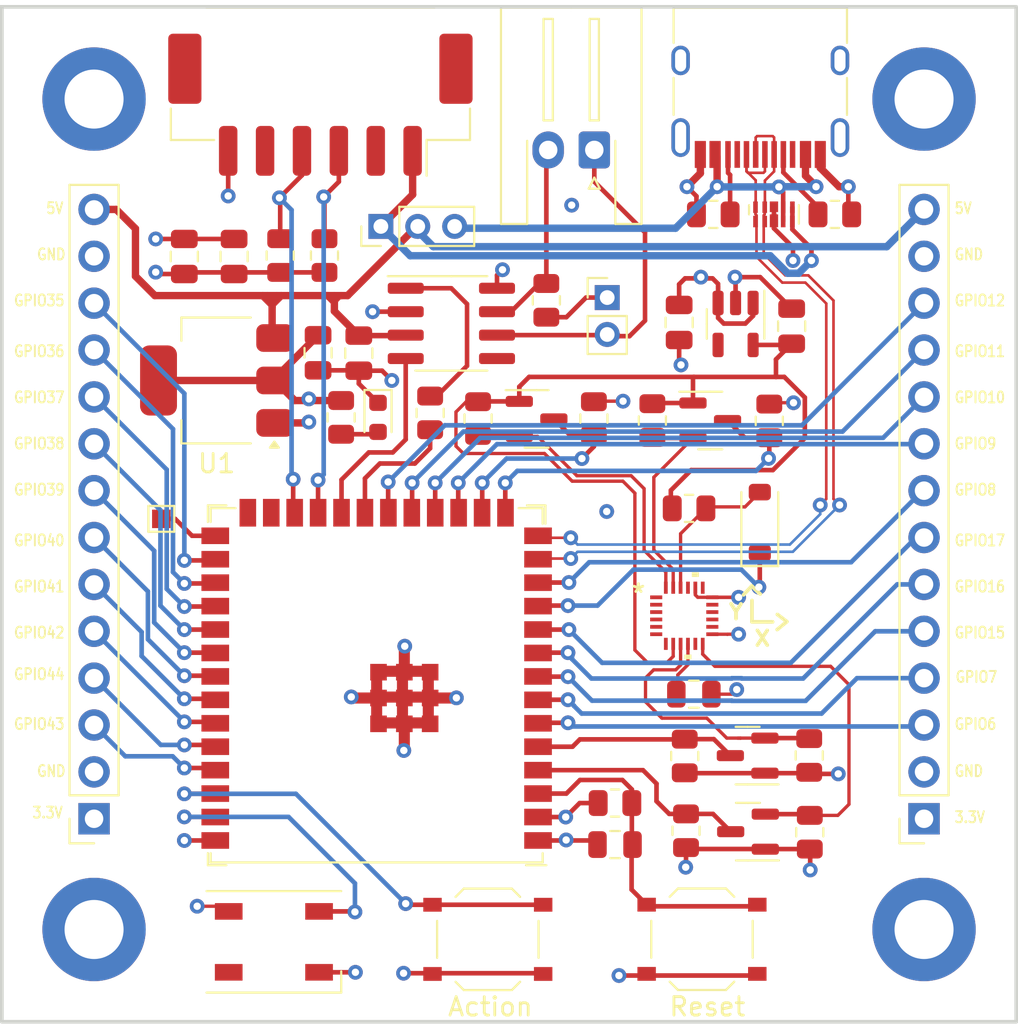
<source format=kicad_pcb>
(kicad_pcb (version 20221018) (generator pcbnew)
  (layers (0 "F.Cu" signal) (1 "In1.Cu" signal) (2 "In2.Cu" signal) (31 "B.Cu" mixed) (34 "B.Paste" user) (35 "F.Paste" user) (36 "B.SilkS" user "B.Silkscreen") (37 "F.SilkS" user "F.Silkscreen") (38 "B.Mask" user) (39 "F.Mask" user) (44 "Edge.Cuts" user))
  (net 0 "")
  (net 1 "GND")
  (net 2 "/EN")
  (net 3 "+3.3V")
  (net 4 "+5V")
  (net 5 "Net-(U5-REGOUT)")
  (net 6 "+1V8")
  (net 8 "/GPIO_LED")
  (net 9 "Net-(D2-A)")
  (net 10 "/IMU/CS_1V8")
  (net 11 "Net-(J1-Pin_1)")
  (net 12 "Net-(J1-Pin_2)")
  (net 13 "/Power/5V_USB")
  (net 14 "Net-(J2-CC1)")
  (net 16 "Net-(J2-CC2)")
  (net 18 "/Power/5V_PDB")
  (net 21 "/IMU/INT_1.8V")
  (net 22 "/IMU/SDO{slash}ADR_1.8V")
  (net 23 "/IMU/SDI{slash}SDA_1.8V")
  (net 24 "/IMU/SCK{slash}SCL_1.8V")
  (net 25 "Net-(U2-TXD)")
  (net 28 "/GPIO_ACTION")
  (net 29 "/IMU_CS")
  (net 30 "/USB_P")
  (net 31 "/USB_N")
  (net 32 "/I2C_SCL")
  (net 33 "/I2C_SDA")
  (net 34 "/GPIO1_1")
  (net 35 "/GPIO1_2")
  (net 36 "/GPIO1_3")
  (net 37 "/GPIO1_4")
  (net 38 "/IMU_INT")
  (net 39 "/IMU_SDO")
  (net 40 "/IMU_SDA")
  (net 41 "/IMU_SCL")
  (net 42 "Net-(U6-GPIO0{slash}BOOT)")
  (net 43 "/CAN_TX")
  (net 44 "/CAN_RX")
  (net 45 "/GPIO1_5")
  (net 46 "/GPIO1_6")
  (net 47 "/GPIO1_7")
  (net 48 "/GPIO1_8")
  (net 49 "/GPIO1_9")
  (net 50 "/GPIO1_10")
  (net 65 "/GPIO2_4")
  (net 66 "/GPIO2_3")
  (net 67 "/GPIO2_2")
  (net 68 "/GPIO2_1")
  (net 69 "/GPIO2_5")
  (net 70 "/GPIO2_6")
  (net 71 "/GPIO2_7")
  (net 72 "/GPIO2_8")
  (net 73 "/GPIO2_9")
  (net 74 "/GPIO2_10")
  (net 75 "Net-(JP3-A)")
  (net 76 "unconnected-(U6-GPIO48{slash}SPICLK_N{slash}SUBSPICLK_N_DIFF-Pad25)")
  (net 77 "unconnected-(U6-GPIO45-Pad26)")
  (footprint "Resistor_SMD:R_0805_2012Metric" (layer "F.Cu") (at 144.546 117.53175)
    (fp_text reference "R1" hide)
    (fp_text value "10k")
  )
  (footprint "Connector_Molex:Molex_CLIK-Mate_502494-0670_1x06-1MP_P2.00mm_Horizontal" (layer "F.Cu") (at 128.573 79.689002 180)
    (fp_text reference "J3" hide)
    (fp_text value "5024940670" hide)
  )
  (footprint "Resistor_SMD:R_0805_2012Metric" (layer "F.Cu") (at 134.523 96.389002 -90)
    (fp_text reference "R3" hide)
    (fp_text value "4k7" hide)
  )
  (footprint "Button_Switch_SMD:SW_Push_1P1T_XKB_TS-1187A" (layer "F.Cu") (at 149.261 124.913002 180)
    (fp_text reference "RESET1" hide)
    (fp_text value "SW_MEC_5E" hide)
  )
  (footprint "Resistor_SMD:R_0805_2012Metric" (layer "F.Cu") (at 128.793 87.863002 -90)
    (fp_text reference "R10" hide)
    (fp_text value "4.7k" hide)
  )
  (footprint "Resistor_SMD:R_0805_2012Metric" (layer "F.Cu") (at 143.401 96.695502 -90)
    (fp_text reference "R16" hide)
    (fp_text value "10k" hide)
  )
  (footprint "TestPoint:TestPoint_Pad_1.0x1.0mm" (layer "F.Cu") (at 119.946 102.13175 180)
    (fp_text reference "TP2" hide)
    (fp_text value "Boot" hide)
  )
  (footprint "Package_TO_SOT_SMD:SOT-23" (layer "F.Cu") (at 151.756 119.08175 180)
    (fp_text reference "Q1" hide)
    (fp_text value "AO3400A" hide)
  )
  (footprint "Diode_SMD:D_SOD-123" (layer "F.Cu") (at 152.396 102.33175 90)
    (fp_text reference "D3" hide)
    (fp_text value "1N4148W" hide)
  )
  (footprint "Resistor_SMD:R_0805_2012Metric" (layer "F.Cu") (at 156.4635 85.63175)
    (fp_text reference "R4" hide)
    (fp_text value "5.1k" hide)
  )
  (footprint "local:QFN24_3X3X0P9_IVS" (layer "F.Cu") (at 148.301 107.383002)
    (fp_text reference "U5" hide)
    (fp_text value "ICM-20948" hide)
  )
  (footprint "Connector_PinSocket_2.54mm:PinSocket_1x14_P2.54mm_Vertical" (layer "F.Cu") (at 161.301 118.383002 180)
    (fp_text reference "J8" hide)
    (fp_text value "Conn_01x14" hide)
  )
  (footprint "Package_TO_SOT_SMD:SOT-23" (layer "F.Cu") (at 151.736 114.96175 180)
    (fp_text reference "Q2" hide)
    (fp_text value "AO3400A" hide)
  )
  (footprint "Package_TO_SOT_SMD:SOT-23" (layer "F.Cu") (at 140.2935 96.715502)
    (fp_text reference "Q3" hide)
    (fp_text value "AO3400A" hide)
  )
  (footprint "MountingHole:MountingHole_3.2mm_M3_DIN965_Pad" (layer "F.Cu") (at 116.301 124.383002 180)
    (fp_text reference "H4" hide)
    (fp_text value "MountingHole_Pad" hide)
  )
  (footprint "Package_SO:SOIC-8_3.9x4.9mm_P1.27mm" (layer "F.Cu") (at 135.673 91.539002)
    (fp_text reference "U2" hide)
    (fp_text value "TJA1051T" hide)
  )
  (footprint "Resistor_SMD:R_0805_2012Metric" (layer "F.Cu") (at 148.326 114.98175 90)
    (fp_text reference "R13" hide)
    (fp_text value "4.7k" hide)
  )
  (footprint "Connector_PinHeader_2.00mm:PinHeader_1x03_P2.00mm_Vertical" (layer "F.Cu") (at 131.851 86.283002 90)
    (fp_text reference "JP1" hide)
    (fp_text value "Jumper_3_Bridged12" hide)
  )
  (footprint "Resistor_SMD:R_0805_2012Metric" (layer "F.Cu") (at 148.396 119.03175 90)
    (fp_text reference "R19" hide)
    (fp_text value "4.7k" hide)
  )
  (footprint "Connector_JST:JST_XH_S2B-XH-A-1_1x02_P2.50mm_Horizontal" (layer "F.Cu") (at 143.423 82.139002 180)
    (fp_text reference "J1" hide)
    (fp_text value "Conn_01x02" hide)
  )
  (footprint "Resistor_SMD:R_0805_2012Metric" (layer "F.Cu") (at 126.393 87.863002 -90)
    (fp_text reference "R9" hide)
    (fp_text value "4.7k" hide)
  )
  (footprint "LED_SMD:LED_WS2812B_PLCC4_5.0x5.0mm_P3.2mm" (layer "F.Cu") (at 126.051 125.053002)
    (fp_text reference "D1" hide)
    (fp_text value "WS2812B" hide)
  )
  (footprint "Resistor_SMD:R_0805_2012Metric" (layer "F.Cu") (at 137.121 96.695502 -90)
    (fp_text reference "R18" hide)
    (fp_text value "10k" hide)
  )
  (footprint "Resistor_SMD:R_0805_2012Metric" (layer "F.Cu") (at 148.561 101.563002)
    (fp_text reference "R11" hide)
    (fp_text value "10k" hide)
  )
  (footprint "LED_SMD:LED_0603_1608Metric" (layer "F.Cu") (at 131.696 96.63175 -90)
    (fp_text reference "D2" hide)
    (fp_text value "LED" hide)
  )
  (footprint "Capacitor_SMD:C_0805_2012Metric" (layer "F.Cu") (at 148.821 111.63175)
    (fp_text reference "C5" hide)
    (fp_text value "0.1uF" hide)
  )
  (footprint "Capacitor_SMD:C_0805_2012Metric" (layer "F.Cu") (at 128.446 93.13175 -90)
    (fp_text reference "C4" hide)
    (fp_text value "10uF" hide)
  )
  (footprint "Capacitor_SMD:C_0805_2012Metric" (layer "F.Cu") (at 154.123 91.689002 -90)
    (fp_text reference "C13" hide)
    (fp_text value "1uF" hide)
  )
  (footprint "Connector_PinSocket_2.54mm:PinSocket_1x14_P2.54mm_Vertical" (layer "F.Cu") (at 116.301 118.383002 180)
    (fp_text reference "J4" hide)
    (fp_text value "Conn_01x14" hide)
  )
  (footprint "Button_Switch_SMD:SW_Push_1P1T_XKB_TS-1187A" (layer "F.Cu") (at 137.651 124.918002 180)
    (fp_text reference "ACTION1" hide)
    (fp_text value "SW_MEC_5E" hide)
  )
  (footprint "Resistor_SMD:R_0805_2012Metric" (layer "F.Cu") (at 149.873 85.63175 180)
    (fp_text reference "R5" hide)
    (fp_text value "5.1k" hide)
  )
  (footprint "Resistor_SMD:R_0805_2012Metric" (layer "F.Cu") (at 155.106 119.11175 90)
    (fp_text reference "R12" hide)
    (fp_text value "4.7k" hide)
  )
  (footprint "Package_TO_SOT_SMD:SOT-223-3_TabPin2" (layer "F.Cu") (at 122.946 94.63175 180)
    (fp_text reference "U1")
    (fp_text value "AMS1117-3.3" hide)
  )
  (footprint "Capacitor_SMD:C_0805_2012Metric" (layer "F.Cu") (at 148.023 91.489002 -90)
    (fp_text reference "C12" hide)
    (fp_text value "1uF" hide)
  )
  (footprint "Connector_PinHeader_2.00mm:PinHeader_1x02_P2.00mm_Vertical" (layer "F.Cu") (at 144.123 90.139002)
    (fp_text reference "JP3" hide)
    (fp_text value "Jumper_2_Bridged" hide)
  )
  (footprint "Resistor_SMD:R_0805_2012Metric" (layer "F.Cu") (at 155.076 114.95175 90)
    (fp_text reference "R14" hide)
    (fp_text value "4.7k" hide)
  )
  (footprint "MountingHole:MountingHole_3.2mm_M3_DIN965_Pad" (layer "F.Cu") (at 161.301 124.383002 180)
    (fp_text reference "H2" hide)
    (fp_text value "MountingHole_Pad" hide)
  )
  (footprint "Capacitor_SMD:C_0805_2012Metric" (layer "F.Cu") (at 144.546 119.78175 180)
    (fp_text reference "C1" hide)
    (fp_text value "0.1uF" hide)
  )
  (footprint "MountingHole:MountingHole_3.2mm_M3_DIN965_Pad" (layer "F.Cu") (at 161.301 79.383002 180)
    (fp_text reference "H3" hide)
    (fp_text value "MountingHole_Pad" hide)
  )
  (footprint "Capacitor_SMD:C_0805_2012Metric" (layer "F.Cu") (at 121.193 87.913002 -90)
    (fp_text reference "C6" hide)
    (fp_text value "0.1uF" hide)
  )
  (footprint "Resistor_SMD:R_0805_2012Metric" (layer "F.Cu") (at 129.696 96.63175 -90)
    (fp_text reference "R8" hide)
    (fp_text value "5.1k" hide)
  )
  (footprint "PCM_Espressif:ESP32-S3-WROOM-1U" (layer "F.Cu") (at 131.623 111.299002 180)
    (fp_text reference "U6" hide)
    (fp_text value "ESP32-S3-WROOM-1" hide)
  )
  (footprint "Capacitor_SMD:C_0805_2012Metric" (layer "F.Cu") (at 130.655 93.151252 -90)
    (fp_text reference "C3" hide)
    (fp_text value "10uF" hide)
  )
  (footprint "Package_TO_SOT_SMD:SOT-23" (layer "F.Cu") (at 149.711 96.803002)
    (fp_text reference "Q5" hide)
    (fp_text value "AO3400A" hide)
  )
  (footprint "MountingHole:MountingHole_3.2mm_M3_DIN965_Pad" (layer "F.Cu") (at 116.301 79.383002 180)
    (fp_text reference "H1" hide)
    (fp_text value "MountingHole_Pad" hide)
  )
  (footprint "Resistor_SMD:R_0805_2012Metric" (layer "F.Cu") (at 146.571 96.803002 -90)
    (fp_text reference "R17" hide)
    (fp_text value "10k" hide)
  )
  (footprint "Connector_USB:USB_C_Receptacle_HRO_TYPE-C-31-M-12" (layer "F.Cu") (at 152.423 78.339002 180)
    (fp_text reference "J2" hide)
    (fp_text value "USB_C_Receptacle_USB2.0" hide)
  )
  (footprint "Package_DFN_QFN:Diodes_UDFN-10_1.0x2.5mm_P0.5mm" (layer "F.Cu") (at 153.163 85.63175 90)
    (fp_text reference "U3" hide)
    (fp_text value "D3V3XA4B10LP" hide)
  )
  (footprint "Package_TO_SOT_SMD:SOT-23-5" (layer "F.Cu") (at 151.083 91.569002 -90)
    (fp_text reference "U7" hide)
    (fp_text value "TLV70018_SOT23-5" hide)
  )
  (footprint "Resistor_SMD:R_0805_2012Metric" (layer "F.Cu") (at 152.911 96.823002 -90)
    (fp_text reference "R20" hide)
    (fp_text value "10k" hide)
  )
  (footprint "Capacitor_SMD:C_0805_2012Metric" (layer "F.Cu") (at 123.893 87.913002 -90)
    (fp_text reference "C2" hide)
    (fp_text value "10uF" hide)
  )
  (footprint "Resistor_SMD:R_0805_2012Metric" (layer "F.Cu") (at 140.823 90.289002 -90)
    (fp_text reference "R2" hide)
    (fp_text value "120" hide)
  )
  (gr_line (start 153.341 108.130502) (end 153.861 107.700502) (stroke (width 0.2)) (layer "F.SilkS"))
  (gr_line (start 151.961 105.770502) (end 151.511 106.250502) (stroke (width 0.2)) (layer "F.SilkS"))
  (gr_line (start 153.861 107.700502) (end 153.351 107.310502) (stroke (width 0.2)) (layer "F.SilkS"))
  (gr_line (start 151.971 107.710502) (end 151.971 106.555502) (stroke (width 0.2)) (layer "F.SilkS"))
  (gr_line (start 151.961 105.770502) (end 152.331 106.130502) (stroke (width 0.2)) (layer "F.SilkS"))
  (gr_line (start 152.421 106.200502) (end 151.961 105.770502) (stroke (width 0.2)) (layer "F.SilkS"))
  (gr_line (start 151.971 107.710502) (end 153.091 107.713002) (stroke (width 0.2)) (layer "F.SilkS"))
  (gr_rect (start 111.301 74.383002) (end 166.301 129.383002) (stroke (width 0.2)) (fill none) (layer "Edge.Cuts"))
  (gr_text "GPIO36" (at 111.905 93.401252) (layer "F.SilkS") (effects (font (size 0.6 0.5) (thickness 0.1) bold) (justify left bottom)))
  (gr_text "GPIO12" (at 162.905 90.651252) (layer "F.SilkS") (effects (font (size 0.6 0.5) (thickness 0.1) bold) (justify left bottom)))
  (gr_text "GPIO11" (at 162.905 93.401252) (layer "F.SilkS") (effects (font (size 0.6 0.5) (thickness 0.1) bold) (justify left bottom)))
  (gr_text "3.3V" (at 162.905 118.651252) (layer "F.SilkS") (effects (font (size 0.6 0.5) (thickness 0.1) bold) (justify left bottom)))
  (gr_text "Y" (at 151.581 107.643002) (layer "F.SilkS") (effects (font (size 0.8 0.8) (thickness 0.2) bold) (justify left bottom mirror)))
  (gr_text "GPIO15" (at 162.905 108.651252) (layer "F.SilkS") (effects (font (size 0.6 0.5) (thickness 0.1) bold) (justify left bottom)))
  (gr_text "GPIO17" (at 162.905 103.651252) (layer "F.SilkS") (effects (font (size 0.6 0.5) (thickness 0.1) bold) (justify left bottom)))
  (gr_text "GND" (at 162.905 88.151252) (layer "F.SilkS") (effects (font (size 0.6 0.5) (thickness 0.1) bold) (justify left bottom)))
  (gr_text "GPIO35" (at 111.905 90.651252) (layer "F.SilkS") (effects (font (size 0.6 0.5) (thickness 0.1) bold) (justify left bottom)))
  (gr_text "GPIO10" (at 162.905 95.901252) (layer "F.SilkS") (effects (font (size 0.6 0.5) (thickness 0.1) bold) (justify left bottom)))
  (gr_text "GPIO8" (at 162.905 100.901252) (layer "F.SilkS") (effects (font (size 0.6 0.5) (thickness 0.1) bold) (justify left bottom)))
  (gr_text "5V" (at 113.655 85.651252) (layer "F.SilkS") (effects (font (size 0.6 0.5) (thickness 0.1) bold) (justify left bottom)))
  (gr_text "GPIO42" (at 111.905 108.651252) (layer "F.SilkS") (effects (font (size 0.6 0.5) (thickness 0.1) bold) (justify left bottom)))
  (gr_text "GPIO37" (at 111.905 95.901252) (layer "F.SilkS") (effects (font (size 0.6 0.5) (thickness 0.1) bold) (justify left bottom)))
  (gr_text "X" (at 152.021 108.063002 180) (layer "F.SilkS") (effects (font (size 0.8 0.8) (thickness 0.2) bold) (justify left bottom mirror)))
  (gr_text "GPIO41" (at 111.905 106.151252) (layer "F.SilkS") (effects (font (size 0.6 0.5) (thickness 0.1) bold) (justify left bottom)))
  (gr_text "5V" (at 162.905 85.651252) (layer "F.SilkS") (effects (font (size 0.6 0.5) (thickness 0.1) bold) (justify left bottom)))
  (gr_text "Reset" (at 147.405 129.151252) (layer "F.SilkS") (effects (font (size 1 1)) (justify left bottom)))
  (gr_text "GPIO38" (at 111.905 98.401252) (layer "F.SilkS") (effects (font (size 0.6 0.5) (thickness 0.1) bold) (justify left bottom)))
  (gr_text "GND" (at 113.155 116.151252) (layer "F.SilkS") (effects (font (size 0.6 0.5) (thickness 0.1) bold) (justify left bottom)))
  (gr_text "GPIO6" (at 162.905 113.601252) (layer "F.SilkS") (effects (font (size 0.6 0.5) (thickness 0.1) bold) (justify left bottom)))
  (gr_text "GPIO9" (at 162.905 98.401252) (layer "F.SilkS") (effects (font (size 0.6 0.5) (thickness 0.1) bold) (justify left bottom)))
  (gr_text "GPIO40" (at 111.905 103.651252) (layer "F.SilkS") (effects (font (size 0.6 0.5) (thickness 0.1) bold) (justify left bottom)))
  (gr_text "GPIO43" (at 111.905 113.601252) (layer "F.SilkS") (effects (font (size 0.6 0.5) (thickness 0.1) bold) (justify left bottom)))
  (gr_text "GPIO7" (at 162.955 111.051252) (layer "F.SilkS") (effects (font (size 0.6 0.5) (thickness 0.1) bold) (justify left bottom)))
  (gr_text "GPIO44" (at 111.905 110.901252) (layer "F.SilkS") (effects (font (size 0.6 0.5) (thickness 0.1) bold) (justify left bottom)))
  (gr_text "Action" (at 135.405 129.151252) (layer "F.SilkS") (effects (font (size 1 1)) (justify left bottom)))
  (gr_text "GND" (at 113.155 88.151252) (layer "F.SilkS") (effects (font (size 0.6 0.5) (thickness 0.1) bold) (justify left bottom)))
  (gr_text "GND" (at 162.905 116.151252) (layer "F.SilkS") (effects (font (size 0.6 0.5) (thickness 0.1) bold) (justify left bottom)))
  (gr_text "GPIO16" (at 162.905 106.151252) (layer "F.SilkS") (effects (font (size 0.6 0.5) (thickness 0.1) bold) (justify left bottom)))
  (gr_text "3.3V" (at 112.905 118.401252) (layer "F.SilkS") (effects (font (size 0.6 0.5) (thickness 0.1) bold) (justify left bottom)))
  (gr_text "GPIO39" (at 111.905 100.901252) (layer "F.SilkS") (effects (font (size 0.6 0.5) (thickness 0.1) bold) (justify left bottom)))
  (segment (start 140.336 126.753002) (end 140.611 127.028002) (width 0.25) (layer "F.Cu") (net 1))
  (segment (start 155.673 83.10875) (end 155.673 82.384002) (width 0.4) (layer "F.Cu") (net 1))
  (segment (start 149.173 82.384002) (end 149.018 82.384002) (width 0.25) (layer "F.Cu") (net 1))
  (segment (start 128.446 94.08175) (end 130.635498 94.08175) (width 0.25) (layer "F.Cu") (net 1))
  (segment (start 127.896 96.93175) (end 127.946 96.88175) (width 0.25) (layer "F.Cu") (net 1))
  (segment (start 133.023 113.189002) (end 133.023 110.389002) (width 0.6) (layer "F.Cu") (net 1))
  (segment (start 134.523 111.839002) (end 135.938748 111.839002) (width 0.6) (layer "F.Cu") (net 1))
  (segment (start 130.471 126.703002) (end 128.501 126.703002) (width 0.25) (layer "F.Cu") (net 1))
  (segment (start 116.305 115.839002) (end 116.301 115.843002) (width 0.25) (layer "F.Cu") (net 1))
  (segment (start 131.915502 94.101252) (end 132.446 94.63175) (width 0.25) (layer "F.Cu") (net 1))
  (segment (start 151.244749 106.383001) (end 149.8226 106.383001) (width 0.18) (layer "F.Cu") (net 1))
  (segment (start 148.446 84.13175) (end 149.173 83.40475) (width 0.4) (layer "F.Cu") (net 1))
  (segment (start 130.655 94.101252) (end 130.65275 94.101252) (width 0.25) (layer "F.Cu") (net 1))
  (segment (start 151.083 89.065002) (end 151.051 89.033002) (width 0.25) (layer "F.Cu") (net 1))
  (segment (start 151.246 106.38175) (end 151.244749 106.383001) (width 0.18) (layer "F.Cu") (net 1))
  (segment (start 148.023 93.689002) (end 148.023 92.439002) (width 0.25) (layer "F.Cu") (net 1))
  (segment (start 144.761 126.878002) (end 146.361 126.878002) (width 0.25) (layer "F.Cu") (net 1))
  (segment (start 130.655 94.101252) (end 131.915502 94.101252) (width 0.25) (layer "F.Cu") (net 1))
  (segment (start 130.655 94.101252) (end 130.655 94.80325) (width 0.25) (layer "F.Cu") (net 1))
  (segment (start 154.196 88.13175) (end 154.196 87.41975) (width 0.25) (layer "F.Cu") (net 1))
  (segment (start 116.421 87.783002) (end 116.301 87.903002) (width 0.25) (layer "F.Cu") (net 1))
  (segment (start 153.163 85.21925) (end 153.163 85.98175) (width 0.25) (layer "F.Cu") (net 1))
  (segment (start 130.10775 94.101252) (end 130.655 94.101252) (width 0.25) (layer "F.Cu") (net 1))
  (segment (start 123.601 82.217002) (end 123.573 82.189002) (width 0.25) (layer "F.Cu") (net 1))
  (segment (start 133.123 110.439002) (end 133.123 109.05475) (width 0.6) (layer "F.Cu") (net 1))
  (segment (start 138.446 88.63175) (end 138.148 88.92975) (width 0.25) (layer "F.Cu") (net 1))
  (segment (start 154.123 90.739002) (end 152.417 89.033002) (width 0.25) (layer "F.Cu") (net 1))
  (segment (start 130.655 94.80325) (end 131.696 95.84425) (width 0.25) (layer "F.Cu") (net 1))
  (segment (start 154.196 87.41975) (end 153.163 86.38675) (width 0.25) (layer "F.Cu") (net 1))
  (segment (start 151.396 106.38175) (end 149.03155 106.38175) (width 0.18) (layer "F.Cu") (net 1))
  (segment (start 138.148 88.92975) (end 138.148 89.634002) (width 0.25) (layer "F.Cu") (net 1))
  (segment (start 131.623 111.789002) (end 134.423 111.789002) (width 0.6) (layer "F.Cu") (net 1))
  (segment (start 156.696 84.13175) (end 155.673 83.10875) (width 0.4) (layer "F.Cu") (net 1))
  (segment (start 119.643 86.963002) (end 121.193 86.963002) (width 0.25) (layer "F.Cu") (net 1))
  (segment (start 123.893 86.963002) (end 121.193 86.963002) (width 0.25) (layer "F.Cu") (net 1))
  (segment (start 157.196 85.45175) (end 157.376 85.63175) (width 0.4) (layer "F.Cu") (net 1))
  (segment (start 133.123 113.239002) (end 133.123 114.65475) (width 0.6) (layer "F.Cu") (net 1))
  (segment (start 152.361 126.878002) (end 146.361 126.878002) (width 0.25) (layer "F.Cu") (net 1))
  (segment (start 148.9605 84.64625) (end 148.9605 85.63175) (width 0.25) (layer "F.Cu") (net 1))
  (segment (start 150.896 111.63175) (end 149.771 111.63175) (width 0.18) (layer "F.Cu") (net 1))
  (segment (start 133.081 126.753002) (end 140.336 126.753002) (width 0.25) (layer "F.Cu") (net 1))
  (segment (start 143.373252 119.559002) (end 141.903 119.559002) (width 0.25) (layer "F.Cu") (net 1))
  (segment (start 131.723 111.839002) (end 130.303252 111.839002) (width 0.6) (layer "F.Cu") (net 1))
  (segment (start 153.163 86.38675) (end 153.163 85.98175) (width 0.25) (layer "F.Cu") (net 1))
  (segment (start 155.673 82.384002) (end 155.828 82.384002) (width 0.25) (layer "F.Cu") (net 1))
  (segment (start 141.903 119.559002) (end 141.923 119.539002) (width 0.25) (layer "F.Cu") (net 1))
  (segment (start 151.146 111.38175) (end 150.896 111.63175) (width 0.18) (layer "F.Cu") (net 1))
  (segment (start 133.123 114.65475) (end 133.096 114.68175) (width 0.25) (layer "F.Cu") (net 1))
  (segment (start 135.938748 111.839002) (end 135.946 111.83175) (width 0.25) (layer "F.Cu") (net 1))
  (segment (start 149.03155 106.38175) (end 148.900999 106.251199) (width 0.18) (layer "F.Cu") (net 1))
  (segment (start 131.623 113.189002) (end 134.423 113.189002) (width 0.6) (layer "F.Cu") (net 1))
  (segment (start 148.123 93.789002) (end 148.023 93.689002) (width 0.25) (layer "F.Cu") (net 1))
  (segment (start 131.401 90.904002) (end 133.198 90.904002) (width 0.25) (layer "F.Cu") (net 1))
  (segment (start 157.196 84.13175) (end 156.696 84.13175) (width 0.4) (layer "F.Cu") (net 1))
  (segment (start 123.573 84.633002) (end 123.573 82.189002) (width 0.25) (layer "F.Cu") (net 1))
  (segment (start 130.303252 111.839002) (end 130.246 111.78175) (width 0.25) (layer "F.Cu") (net 1))
  (segment (start 151.083 90.431502) (end 151.083 89.065002) (width 0.25) (layer "F.Cu") (net 1))
  (segment (start 140.373 119.559002) (end 141.903 119.559002) (width 0.25) (layer "F.Cu") (net 1))
  (segment (start 134.423 113.189002) (end 134.423 110.389002) (width 0.6) (layer "F.Cu") (net 1))
  (segment (start 134.473 110.389002) (end 131.623 110.389002) (width 0.6) (layer "F.Cu") (net 1))
  (segment (start 133.123 109.05475) (end 133.146 109.03175) (width 0.25) (layer "F.Cu") (net 1))
  (segment (start 130.635498 94.08175) (end 130.655 94.101252) (width 0.25) (layer "F.Cu") (net 1))
  (segment (start 157.196 84.13175) (end 157.196 85.45175) (width 0.25) (layer "F.Cu") (net 1))
  (segment (start 152.417 89.033002) (end 151.051 89.033002) (width 0.25) (layer "F.Cu") (net 1))
  (segment (start 134.523 110.439002) (end 134.473 110.389002) (width 0.6) (layer "F.Cu") (net 1))
  (segment (start 121.196 119.559002) (end 122.873 119.559002) (width 0.25) (layer "F.Cu") (net 1))
  (segment (start 152.456 126.783002) (end 152.361 126.878002) (width 0.25) (layer "F.Cu") (net 1))
  (segment (start 153.183 85.636502) (end 153.163 85.616502) (width 0.25) (layer "F.Cu") (net 1))
  (segment (start 148.900999 106.251199) (end 148.900999 105.861402) (width 0.18) (layer "F.Cu") (net 1))
  (segment (start 131.623 110.389002) (end 131.623 113.189002) (width 0.6) (layer "F.Cu") (net 1))
  (segment (start 143.596 119.78175) (end 143.373252 119.559002) (width 0.25) (layer "F.Cu") (net 1))
  (segment (start 149.173 83.40475) (end 149.173 82.384002) (width 0.4) (layer "F.Cu") (net 1))
  (segment (start 126.096 96.93175) (end 127.896 96.93175) (width 0.4) (layer "F.Cu") (net 1))
  (segment (start 148.446 84.13175) (end 148.9605 84.64625) (width 0.25) (layer "F.Cu") (net 1))
  (via (at 133.146 109.03175) (size 0.8) (drill 0.4) (layers "F.Cu" "B.Cu") (net 1))
  (via (at 133.081 126.753002) (size 0.8) (drill 0.4) (layers "F.Cu" "B.Cu") (net 1))
  (via (at 121.196 119.559002) (size 0.8) (drill 0.4) (layers "F.Cu" "B.Cu") (net 1))
  (via (at 142.196 85.13175) (size 0.8) (drill 0.4) (layers "F.Cu" "B.Cu") (net 1))
  (via (at 138.446 88.63175) (size 0.8) (drill 0.4) (layers "F.Cu" "B.Cu") (net 1))
  (via (at 141.896 119.53175) (size 0.8) (drill 0.4) (layers "F.Cu" "B.Cu") (net 1))
  (via (at 151.246 106.38175) (size 0.8) (drill 0.4) (layers "F.Cu" "B.Cu") (net 1))
  (via (at 148.446 84.13175) (size 0.8) (drill 0.4) (layers "F.Cu" "B.Cu") (net 1))
  (via (at 148.123 93.789002) (size 0.8) (drill 0.4) (layers "F.Cu" "B.Cu") (net 1))
  (via (at 131.401 90.904002) (size 0.8) (drill 0.4) (layers "F.Cu" "B.Cu") (net 1))
  (via (at 132.446 94.63175) (size 0.8) (drill 0.4) (layers "F.Cu" "B.Cu") (net 1))
  (via (at 127.946 96.88175) (size 0.8) (drill 0.4) (layers "F.Cu" "B.Cu") (net 1))
  (via (at 119.643 86.963002) (size 0.8) (drill 0.4) (layers "F.Cu" "B.Cu") (net 1))
  (via (at 151.146 111.38175) (size 0.8) (drill 0.4) (layers "F.Cu" "B.Cu") (net 1))
  (via (at 154.196 88.13175) (size 0.8) (drill 0.4) (layers "F.Cu" "B.Cu") (net 1))
  (via (at 130.471 126.703002) (size 0.8) (drill 0.4) (layers "F.Cu" "B.Cu") (net 1))
  (via (at 157.196 84.13175) (size 0.8) (drill 0.4) (layers "F.Cu" "B.Cu") (net 1))
  (via (at 144.096 101.73175) (size 0.8) (drill 0.4) (layers "F.Cu" "B.Cu") (net 1))
  (via (at 144.761 126.878002) (size 0.8) (drill 0.4) (layers "F.Cu" "B.Cu") (net 1))
  (via (at 133.096 114.68175) (size 0.8) (drill 0.4) (layers "F.Cu" "B.Cu") (net 1))
  (via (at 135.946 111.83175) (size 0.8) (drill 0.4) (layers "F.Cu" "B.Cu") (net 1))
  (via (at 151.051 89.033002) (size 0.8) (drill 0.4) (layers "F.Cu" "B.Cu") (net 1))
  (via (at 130.246 111.78175) (size 0.8) (drill 0.4) (layers "F.Cu" "B.Cu") (net 1))
  (via (at 123.573 84.633002) (size 0.8) (drill 0.4) (layers "F.Cu" "B.Cu") (net 1))
  (segment (start 152.361 123.128002) (end 152.436 123.053002) (width 0.25) (layer "F.Cu") (net 2))
  (segment (start 145.4585 119.74425) (end 145.496 119.78175) (width 0.25) (layer "F.Cu") (net 2))
  (segment (start 140.373 117.019002) (end 141.908748 117.019002) (width 0.25) (layer "F.Cu") (net 2))
  (segment (start 145.4585 116.79425) (end 145.4585 117.53175) (width 0.25) (layer "F.Cu") (net 2))
  (segment (start 145.496 119.78175) (end 145.446 119.83175) (width 0.25) (layer "F.Cu") (net 2))
  (segment (start 146.296 123.063002) (end 146.361 123.128002) (width 0.25) (layer "F.Cu") (net 2))
  (segment (start 144.946 116.28175) (end 145.4585 116.79425) (width 0.25) (layer "F.Cu") (net 2))
  (segment (start 145.446 122.223002) (end 146.261 123.038002) (width 0.25) (layer "F.Cu") (net 2))
  (segment (start 141.908748 117.019002) (end 142.646 116.28175) (width 0.25) (layer "F.Cu") (net 2))
  (segment (start 145.446 119.83175) (end 145.446 122.223002) (width 0.25) (layer "F.Cu") (net 2))
  (segment (start 142.646 116.28175) (end 144.946 116.28175) (width 0.25) (layer "F.Cu") (net 2))
  (segment (start 145.4585 117.53175) (end 145.4585 119.74425) (width 0.25) (layer "F.Cu") (net 2))
  (segment (start 146.361 123.128002) (end 152.361 123.128002) (width 0.25) (layer "F.Cu") (net 2))
  (segment (start 150.642254 108.38175) (end 150.641001 108.383003) (width 0.18) (layer "F.Cu") (net 3))
  (segment (start 121.193 88.863002) (end 119.743 88.863002) (width 0.25) (layer "F.Cu") (net 3))
  (segment (start 143.431 95.753002) (end 143.401 95.783002) (width 0.18) (layer "F.Cu") (net 3))
  (segment (start 126.393 88.775502) (end 126.493 88.775502) (width 0.25) (layer "F.Cu") (net 3))
  (segment (start 148.023 89.419002) (end 148.023 90.539002) (width 0.25) (layer "F.Cu") (net 3))
  (segment (start 126.096 94.53175) (end 128.446 92.18175) (width 0.4) (layer "F.Cu") (net 3))
  (segment (start 152.6735 115.91175) (end 155.0285 115.91175) (width 0.25) (layer "F.Cu") (net 3))
  (segment (start 116.307 118.389002) (end 116.301 118.383002) (width 0.25) (layer "F.Cu") (net 3))
  (segment (start 150.133 89.399002) (end 149.833 89.099002) (width 0.25) (layer "F.Cu") (net 3))
  (segment (start 150.133 89.512002) (end 150.133 90.431502) (width 0.25) (layer "F.Cu") (net 3))
  (segment (start 124.301 88.783002) (end 124.001 89.083002) (width 0.25) (layer "F.Cu") (net 3))
  (segment (start 155.128 120.04625) (end 155.106 120.02425) (width 0.25) (layer "F.Cu") (net 3))
  (segment (start 119.796 94.63175) (end 126.096 94.63175) (width 0.4) (layer "F.Cu") (net 3))
  (segment (start 119.743 88.863002) (end 119.643 88.763002) (width 0.25) (layer "F.Cu") (net 3))
  (segment (start 155.0285 115.91175) (end 155.076 115.86425) (width 0.25) (layer "F.Cu") (net 3))
  (segment (start 126.096 94.63175) (end 126.096 94.53175) (width 0.25) (layer "F.Cu") (net 3))
  (segment (start 156.651 115.950498) (end 155.162248 115.950498) (width 0.25) (layer "F.Cu") (net 3))
  (segment (start 142.630252 117.53175) (end 141.873 118.289002) (width 0.25) (layer "F.Cu") (net 3))
  (segment (start 151.613 91.549002) (end 150.443 91.549002) (width 0.25) (layer "F.Cu") (net 3))
  (segment (start 129.696 95.71925) (end 127.1835 95.71925) (width 0.4) (layer "F.Cu") (net 3))
  (segment (start 148.396 120.98975) (end 148.396 119.94425) (width 0.25) (layer "F.Cu") (net 3))
  (segment (start 143.6335 117.53175) (end 142.630252 117.53175) (width 0.25) (layer "F.Cu") (net 3))
  (segment (start 148.4735 120.02175) (end 148.396 119.94425) (width 0.25) (layer "F.Cu") (net 3))
  (segment (start 126.493 88.775502) (end 121.2805 88.775502) (width 0.25) (layer "F.Cu") (net 3))
  (segment (start 127.1835 95.71925) (end 126.096 94.63175) (width 0.4) (layer "F.Cu") (net 3))
  (segment (start 128.793 88.775502) (end 126.493 88.775502) (width 0.25) (layer "F.Cu") (net 3))
  (segment (start 152.033 90.431502) (end 152.033 91.129002) (width 0.25) (layer "F.Cu") (net 3))
  (segment (start 144.981 95.753002) (end 143.431 95.753002) (width 0.18) (layer "F.Cu") (net 3))
  (segment (start 155.162248 115.950498) (end 155.076 115.86425) (width 0.25) (layer "F.Cu") (net 3))
  (segment (start 149.833 89.099002) (end 148.343 89.099002) (width 0.25) (layer "F.Cu") (net 3))
  (segment (start 123.601 123.403002) (end 123.321 123.123002) (width 0.18) (layer "F.Cu") (net 3))
  (segment (start 152.033 91.129002) (end 151.613 91.549002) (width 0.25) (layer "F.Cu") (net 3))
  (segment (start 123.321 123.123002) (end 121.891 123.123002) (width 0.18) (layer "F.Cu") (net 3))
  (segment (start 152.6935 120.03175) (end 152.701 120.02425) (width 0.25) (layer "F.Cu") (net 3))
  (segment (start 154.223 95.839002) (end 152.9825 95.839002) (width 0.18) (layer "F.Cu") (net 3))
  (segment (start 155.128 121.15775) (end 155.128 120.04625) (width 0.25) (layer "F.Cu") (net 3))
  (segment (start 152.9825 95.839002) (end 152.911 95.910502) (width 0.18) (layer "F.Cu") (net 3))
  (segment (start 152.701 120.02425) (end 155.106 120.02425) (width 0.25) (layer "F.Cu") (net 3))
  (segment (start 150.133 91.239002) (end 150.133 90.431502) (width 0.25) (layer "F.Cu") (net 3))
  (segment (start 121.2805 88.775502) (end 121.193 88.863002) (width 0.25) (layer "F.Cu") (net 3))
  (segment (start 141.873 118.289002) (end 140.373 118.289002) (width 0.25) (layer "F.Cu") (net 3))
  (segment (start 123.863 89.103002) (end 123.903 89.143002) (width 0.25) (layer "F.Cu") (net 3))
  (segment (start 150.641001 108.383003) (end 149.8226 108.383003) (width 0.18) (layer "F.Cu") (net 3))
  (segment (start 148.3435 115.91175) (end 148.326 115.89425) (width 0.25) (layer "F.Cu") (net 3))
  (segment (start 152.6935 120.03175) (end 152.6835 120.02175) (width 0.25) (layer "F.Cu") (net 3))
  (segment (start 152.6735 115.91175) (end 148.3435 115.91175) (width 0.25) (layer "F.Cu") (net 3))
  (segment (start 148.378 121.00775) (end 148.396 120.98975) (width 0.25) (layer "F.Cu") (net 3))
  (segment (start 151.246 108.38175) (end 150.642254 108.38175) (width 0.18) (layer "F.Cu") (net 3))
  (segment (start 150.443 91.549002) (end 150.133 91.239002) (width 0.25) (layer "F.Cu") (net 3))
  (segment (start 148.343 89.099002) (end 148.023 89.419002) (width 0.25) (layer "F.Cu") (net 3))
  (segment (start 150.133 90.431502) (end 150.133 89.399002) (width 0.25) (layer "F.Cu") (net 3))
  (segment (start 152.6835 120.02175) (end 148.4735 120.02175) (width 0.25) (layer "F.Cu") (net 3))
  (via (at 154.223 95.839002) (size 0.8) (drill 0.4) (layers "F.Cu" "B.Cu") (net 3))
  (via (at 119.643 88.763002) (size 0.8) (drill 0.4) (layers "F.Cu" "B.Cu") (net 3))
  (via (at 121.891 123.123002) (size 0.8) (drill 0.4) (layers "F.Cu" "B.Cu") (net 3))
  (via (at 156.651 115.950498) (size 0.8) (drill 0.4) (layers "F.Cu" "B.Cu") (net 3))
  (via (at 144.981 95.753002) (size 0.8) (drill 0.4) (layers "F.Cu" "B.Cu") (net 3))
  (via (at 151.246 108.38175) (size 0.8) (drill 0.4) (layers "F.Cu" "B.Cu") (net 3))
  (via (at 127.946 95.63175) (size 0.8) (drill 0.4) (layers "F.Cu" "B.Cu") (net 3))
  (via (at 155.128 121.15775) (size 0.8) (drill 0.4) (layers "F.Cu" "B.Cu") (net 3))
  (via (at 141.873 118.289002) (size 0.8) (drill 0.4) (layers "F.Cu" "B.Cu") (net 3))
  (via (at 149.201 89.033002) (size 0.8) (drill 0.4) (layers "F.Cu" "B.Cu") (net 3))
  (via (at 148.378 121.00775) (size 0.8) (drill 0.4) (layers "F.Cu" "B.Cu") (net 3))
  (segment (start 118.546 88.98175) (end 118.546 86.405921) (width 0.4) (layer "F.Cu") (net 4))
  (segment (start 129.346 90.38175) (end 129.296 90.38175) (width 0.25) (layer "F.Cu") (net 4))
  (segment (start 125.955 90.54075) (end 125.446 90.03175) (width 0.4) (layer "F.Cu") (net 4))
  (segment (start 129.331 90.38175) (end 129.331 90.03175) (width 0.4) (layer "F.Cu") (net 4))
  (segment (start 125.955 90.63175) (end 125.955 90.54075) (width 0.4) (layer "F.Cu") (net 4))
  (segment (start 128.696 90.03175) (end 126.446 90.03175) (width 0.4) (layer "F.Cu") (net 4))
  (segment (start 129.696 90.03175) (end 128.696 90.03175) (width 0.4) (layer "F.Cu") (net 4))
  (segment (start 129.331 90.38175) (end 129.346 90.38175) (width 0.25) (layer "F.Cu") (net 4))
  (segment (start 125.955 90.27275) (end 126.196 90.03175) (width 0.25) (layer "F.Cu") (net 4))
  (segment (start 118.546 86.405921) (end 117.503081 85.363002) (width 0.4) (layer "F.Cu") (net 4))
  (segment (start 125.955 90.29075) (end 125.955 90.27275) (width 0.25) (layer "F.Cu") (net 4))
  (segment (start 129.346 90.38175) (end 129.696 90.03175) (width 0.25) (layer "F.Cu") (net 4))
  (segment (start 125.955 90.63175) (end 125.955 90.29075) (width 0.4) (layer "F.Cu") (net 4))
  (segment (start 126.196 90.03175) (end 125.696 90.03175) (width 0.4) (layer "F.Cu") (net 4))
  (segment (start 133.17075 92.201252) (end 133.198 92.174002) (width 0.3) (layer "F.Cu") (net 4))
  (segment (start 133.794748 86.283002) (end 130.046 90.03175) (width 0.4) (layer "F.Cu") (net 4))
  (segment (start 129.331 90.877252) (end 129.331 90.38175) (width 0.4) (layer "F.Cu") (net 4))
  (segment (start 125.696 90.03175) (end 125.446 90.03175) (width 0.4) (layer "F.Cu") (net 4))
  (segment (start 130.655 92.201252) (end 133.17075 92.201252) (width 0.3) (layer "F.Cu") (net 4))
  (segment (start 130.17275 92.201252) (end 130.655 92.201252) (width 0.25) (layer "F.Cu") (net 4))
  (segment (start 125.955 90.52275) (end 126.446 90.03175) (width 0.4) (layer "F.Cu") (net 4))
  (segment (start 130.046 90.03175) (end 129.696 90.03175) (width 0.4) (layer "F.Cu") (net 4))
  (segment (start 125.446 90.03175) (end 119.596 90.03175) (width 0.4) (layer "F.Cu") (net 4))
  (segment (start 126.096 92.33175) (end 125.955 92.19075) (width 0.25) (layer "F.Cu") (net 4))
  (segment (start 128.981 90.03175) (end 129.331 90.38175) (width 0.4) (layer "F.Cu") (net 4))
  (segment (start 128.696 90.03175) (end 128.981 90.03175) (width 0.4) (layer "F.Cu") (net 4))
  (segment (start 130.655 92.201252) (end 129.331 90.877252) (width 0.4) (layer "F.Cu") (net 4))
  (segment (start 119.596 90.03175) (end 118.546 88.98175) (width 0.4) (layer "F.Cu") (net 4))
  (segment (start 133.851 86.283002) (end 133.794748 86.283002) (width 0.4) (layer "F.Cu") (net 4))
  (segment (start 125.955 90.63175) (end 125.955 90.52275) (width 0.4) (layer "F.Cu") (net 4))
  (segment (start 117.503081 85.363002) (end 116.301 85.363002) (width 0.4) (layer "F.Cu") (net 4))
  (segment (start 125.955 90.29075) (end 125.696 90.03175) (width 0.25) (layer "F.Cu") (net 4))
  (segment (start 126.446 90.03175) (end 126.196 90.03175) (width 0.4) (layer "F.Cu") (net 4))
  (segment (start 125.955 92.19075) (end 125.955 90.63175) (width 0.4) (layer "F.Cu") (net 4))
  (segment (start 133.851 86.283002) (end 133.851 86.53675) (width 0.4) (layer "B.Cu") (net 4))
  (segment (start 159.282252 87.38175) (end 161.301 85.363002) (width 0.4) (layer "B.Cu") (net 4))
  (segment (start 133.851 86.53675) (end 134.696 87.38175) (width 0.4) (layer "B.Cu") (net 4))
  (segment (start 134.696 87.38175) (end 159.282252 87.38175) (width 0.4) (layer "B.Cu") (net 4))
  (segment (start 148.501 110.03484) (end 148.501 108.904602) (width 0.18) (layer "F.Cu") (net 5))
  (segment (start 147.871 111.63175) (end 147.952838 111.549912) (width 0.18) (layer "F.Cu") (net 5))
  (segment (start 147.952838 110.583002) (end 148.501 110.03484) (width 0.18) (layer "F.Cu") (net 5))
  (segment (start 147.952838 111.549912) (end 147.952838 110.583002) (width 0.18) (layer "F.Cu") (net 5))
  (segment (start 147.701001 109.583001) (end 147.701001 108.904602) (width 0.18) (layer "F.Cu") (net 6))
  (segment (start 148.7735 95.853002) (end 146.6085 95.853002) (width 0.25) (layer "F.Cu") (net 6))
  (segment (start 147.573 100.589002) (end 148.673 99.489002) (width 0.25) (layer "F.Cu") (net 6))
  (segment (start 135.923 98.189002) (end 136.323 98.589002) (width 0.18) (layer "F.Cu") (net 6))
  (segment (start 145.623 109.239002) (end 146.297 109.913002) (width 0.18) (layer "F.Cu") (net 6))
  (segment (start 153.273 93.489002) (end 153.273 94.439002) (width 0.25) (layer "F.Cu") (net 6))
  (segment (start 139.888748 94.439002) (end 139.356 94.97175) (width 0.25) (layer "F.Cu") (net 6))
  (segment (start 148.823 94.439002) (end 139.888748 94.439002) (width 0.25) (layer "F.Cu") (net 6))
  (segment (start 154.838 95.554002) (end 153.723 94.439002) (width 0.25) (layer "F.Cu") (net 6))
  (segment (start 154.0555 92.706502) (end 154.123 92.639002) (width 0.25) (layer "F.Cu") (net 6))
  (segment (start 153.273 94.439002) (end 148.823 94.439002) (width 0.25) (layer "F.Cu") (net 6))
  (segment (start 146.297 109.913002) (end 147.371 109.913002) (width 0.18) (layer "F.Cu") (net 6))
  (segment (start 136.479 95.783002) (end 135.923 96.339002) (width 0.18) (layer "F.Cu") (net 6))
  (segment (start 137.1385 95.765502) (end 137.121 95.783002) (width 0.25) (layer "F.Cu") (net 6))
  (segment (start 144.973 100.089002) (end 145.623 100.739002) (width 0.18) (layer "F.Cu") (net 6))
  (segment (start 146.6085 95.853002) (end 146.571 95.890502) (width 0.25) (layer "F.Cu") (net 6))
  (segment (start 147.371 109.913002) (end 147.701001 109.583001) (width 0.18) (layer "F.Cu") (net 6))
  (segment (start 139.356 94.97175) (end 139.356 95.765502) (width 0.25) (layer "F.Cu") (net 6))
  (segment (start 153.104742 99.489002) (end 154.838 97.755744) (width 0.25) (layer "F.Cu") (net 6))
  (segment (start 135.923 96.339002) (end 135.923 98.189002) (width 0.18) (layer "F.Cu") (net 6))
  (segment (start 137.121 95.783002) (end 136.479 95.783002) (width 0.18) (layer "F.Cu") (net 6))
  (segment (start 145.623 100.739002) (end 145.623 109.239002) (width 0.18) (layer "F.Cu") (net 6))
  (segment (start 154.123 92.639002) (end 153.273 93.489002) (width 0.25) (layer "F.Cu") (net 6))
  (segment (start 139.356 95.765502) (end 137.1385 95.765502) (width 0.25) (layer "F.Cu") (net 6))
  (segment (start 152.033 92.706502) (end 154.0555 92.706502) (width 0.25) (layer "F.Cu") (net 6))
  (segment (start 142.223 100.089002) (end 144.973 100.089002) (width 0.18) (layer "F.Cu") (net 6))
  (segment (start 147.573 101.130502) (end 147.573 100.589002) (width 0.25) (layer "F.Cu") (net 6))
  (segment (start 154.838 97.755744) (end 154.838 95.554002) (width 0.25) (layer "F.Cu") (net 6))
  (segment (start 140.723 98.589002) (end 142.223 100.089002) (width 0.18) (layer "F.Cu") (net 6))
  (segment (start 148.7735 95.853002) (end 148.7735 94.488502) (width 0.25) (layer "F.Cu") (net 6))
  (segment (start 148.7735 94.488502) (end 148.823 94.439002) (width 0.25) (layer "F.Cu") (net 6))
  (segment (start 148.673 99.489002) (end 153.104742 99.489002) (width 0.25) (layer "F.Cu") (net 6))
  (segment (start 136.323 98.589002) (end 140.723 98.589002) (width 0.18) (layer "F.Cu") (net 6))
  (segment (start 153.723 94.439002) (end 153.273 94.439002) (width 0.25) (layer "F.Cu") (net 6))
  (segment (start 121.196 118.28175) (end 122.865748 118.28175) (width 0.25) (layer "F.Cu") (net 8))
  (segment (start 130.417252 123.403002) (end 130.446 123.43175) (width 0.25) (layer "F.Cu") (net 8))
  (segment (start 128.501 123.403002) (end 130.417252 123.403002) (width 0.25) (layer "F.Cu") (net 8))
  (segment (start 122.865748 118.28175) (end 122.873 118.289002) (width 0.25) (layer "F.Cu") (net 8))
  (via (at 130.446 123.43175) (size 0.8) (drill 0.4) (layers "F.Cu" "B.Cu") (net 8))
  (via (at 121.196 118.28175) (size 0.8) (drill 0.4) (layers "F.Cu" "B.Cu") (net 8))
  (segment (start 130.446 121.88175) (end 130.446 123.43175) (width 0.25) (layer "B.Cu") (net 8))
  (segment (start 126.846 118.28175) (end 130.446 121.88175) (width 0.25) (layer "B.Cu") (net 8))
  (segment (start 121.196 118.28175) (end 126.846 118.28175) (width 0.25) (layer "B.Cu") (net 8))
  (segment (start 131.571 97.54425) (end 131.696 97.41925) (width 0.25) (layer "F.Cu") (net 9))
  (segment (start 129.696 97.54425) (end 131.571 97.54425) (width 0.25) (layer "F.Cu") (net 9))
  (segment (start 149.554752 101.48175) (end 151.596 101.48175) (width 0.18) (layer "F.Cu") (net 10))
  (segment (start 149.571 101.660502) (end 149.4735 101.563002) (width 0.18) (layer "F.Cu") (net 10))
  (segment (start 151.596 101.48175) (end 152.396 100.68175) (width 0.18) (layer "F.Cu") (net 10))
  (segment (start 149.4735 101.563002) (end 149.554752 101.48175) (width 0.18) (layer "F.Cu") (net 10))
  (segment (start 148.101 105.861402) (end 148.101 102.935502) (width 0.18) (layer "F.Cu") (net 10))
  (segment (start 148.101 102.935502) (end 149.4735 101.563002) (width 0.18) (layer "F.Cu") (net 10))
  (segment (start 146.173 91.389002) (end 146.173 86.60875) (width 0.25) (layer "F.Cu") (net 11))
  (segment (start 144.773 92.229002) (end 145.333 92.229002) (width 0.25) (layer "F.Cu") (net 11))
  (segment (start 144.718 92.174002) (end 144.773 92.229002) (width 0.25) (layer "F.Cu") (net 11))
  (segment (start 146.173 86.60875) (end 143.423 83.85875) (width 0.25) (layer "F.Cu") (net 11))
  (segment (start 143.423 83.85875) (end 143.423 82.139002) (width 0.25) (layer "F.Cu") (net 11))
  (segment (start 145.333 92.229002) (end 146.173 91.389002) (width 0.25) (layer "F.Cu") (net 11))
  (segment (start 138.148 92.174002) (end 144.718 92.174002) (width 0.25) (layer "F.Cu") (net 11))
  (segment (start 140.823 82.239002) (end 140.923 82.139002) (width 0.25) (layer "F.Cu") (net 12))
  (segment (start 138.148 90.904002) (end 138.908 90.904002) (width 0.25) (layer "F.Cu") (net 12))
  (segment (start 140.823 89.376502) (end 140.823 82.239002) (width 0.25) (layer "F.Cu") (net 12))
  (segment (start 140.4355 89.376502) (end 140.823 89.376502) (width 0.25) (layer "F.Cu") (net 12))
  (segment (start 138.908 90.904002) (end 140.4355 89.376502) (width 0.25) (layer "F.Cu") (net 12))
  (segment (start 153.43148 84.192082) (end 153.663 84.423602) (width 0.25) (layer "F.Cu") (net 13))
  (segment (start 155.446 84.13175) (end 155.446 84.107404) (width 0.25) (layer "F.Cu") (net 13))
  (segment (start 155.446 84.107404) (end 154.873 83.534404) (width 0.4) (layer "F.Cu") (net 13))
  (segment (start 135.951 86.183002) (end 135.851 86.283002) (width 0.25) (layer "F.Cu") (net 13))
  (segment (start 153.663 84.423602) (end 153.663 86.01925) (width 0.25) (layer "F.Cu") (net 13))
  (segment (start 154.873 83.534404) (end 154.873 82.384002) (width 0.4) (layer "F.Cu") (net 13))
  (segment (start 150.081874 82.492876) (end 149.973 82.384002) (width 0.25) (layer "F.Cu") (net 13))
  (segment (start 153.43148 84.142082) (end 153.43148 84.192082) (width 0.25) (layer "F.Cu") (net 13))
  (segment (start 150.081874 84.13175) (end 150.081874 82.492876) (width 0.4) (layer "F.Cu") (net 13))
  (via (at 155.446 84.13175) (size 0.8) (drill 0.4) (layers "F.Cu" "B.Cu") (net 13))
  (via (at 153.43148 84.142082) (size 0.8) (drill 0.4) (layers "F.Cu" "B.Cu") (net 13))
  (via (at 150.081874 84.13175) (size 0.8) (drill 0.4) (layers "F.Cu" "B.Cu") (net 13))
  (segment (start 135.949748 86.38175) (end 135.851 86.283002) (width 0.4) (layer "B.Cu") (net 13))
  (segment (start 147.831874 86.38175) (end 135.949748 86.38175) (width 0.4) (layer "B.Cu") (net 13))
  (segment (start 155.446 84.13175) (end 153.441812 84.13175) (width 0.4) (layer "B.Cu") (net 13))
  (segment (start 150.081874 84.13175) (end 150.092206 84.142082) (width 0.4) (layer "B.Cu") (net 13))
  (segment (start 150.092206 84.142082) (end 153.43148 84.142082) (width 0.4) (layer "B.Cu") (net 13))
  (segment (start 153.441812 84.13175) (end 153.43148 84.142082) (width 0.4) (layer "B.Cu") (net 13))
  (segment (start 150.081874 84.13175) (end 147.831874 86.38175) (width 0.4) (layer "B.Cu") (net 13))
  (segment (start 155.5605 85.246502) (end 155.5605 85.504002) (width 0.25) (layer "F.Cu") (net 14))
  (segment (start 153.673 82.384002) (end 153.673 83.359002) (width 0.25) (layer "F.Cu") (net 14))
  (segment (start 153.673 83.359002) (end 155.5605 85.246502) (width 0.25) (layer "F.Cu") (net 14))
  (segment (start 150.673 83.378697) (end 150.7855 83.491197) (width 0.25) (layer "F.Cu") (net 16))
  (segment (start 150.673 82.384002) (end 150.673 83.378697) (width 0.25) (layer "F.Cu") (net 16))
  (segment (start 150.7855 83.491197) (end 150.7855 85.63175) (width 0.25) (layer "F.Cu") (net 16))
  (segment (start 133.701 82.317002) (end 133.573 82.189002) (width 0.25) (layer "F.Cu") (net 18))
  (segment (start 154.163 86.44875) (end 154.163 85.24425) (width 0.25) (layer "F.Cu") (net 18))
  (segment (start 133.573 82.189002) (end 133.573 84.561002) (width 0.4) (layer "F.Cu") (net 18))
  (segment (start 155.196 88.13175) (end 155.196 87.48175) (width 0.25) (layer "F.Cu") (net 18))
  (segment (start 133.573 82.189002) (end 133.573 83.261002) (width 0.25) (layer "F.Cu") (net 18))
  (segment (start 155.196 87.48175) (end 154.163 86.44875) (width 0.25) (layer "F.Cu") (net 18))
  (segment (start 133.573 84.561002) (end 131.851 86.283002) (width 0.4) (layer "F.Cu") (net 18))
  (via (at 155.196 88.13175) (size 0.8) (drill 0.4) (layers "F.Cu" "B.Cu") (net 18))
  (segment (start 155.196 88.13175) (end 154.506 88.82175) (width 0.4) (layer "B.Cu") (net 18))
  (segment (start 152.960192 87.87175) (end 133.439748 87.87175) (width 0.4) (layer "B.Cu") (net 18))
  (segment (start 133.439748 87.87175) (end 131.851 86.283002) (width 0.4) (layer "B.Cu") (net 18))
  (segment (start 154.506 88.82175) (end 153.910192 88.82175) (width 0.4) (layer "B.Cu") (net 18))
  (segment (start 153.910192 88.82175) (end 152.960192 87.87175) (width 0.4) (layer "B.Cu") (net 18))
  (segment (start 155.106 118.19925) (end 155.1685 118.19925) (width 0.25) (layer "F.Cu") (net 21))
  (segment (start 156.237252 110.123002) (end 157.231 111.11675) (width 0.18) (layer "F.Cu") (net 21))
  (segment (start 155.0385 118.13175) (end 155.106 118.19925) (width 0.25) (layer "F.Cu") (net 21))
  (segment (start 155.1685 118.19925) (end 155.1785 118.18925) (width 0.25) (layer "F.Cu") (net 21))
  (segment (start 156.6285 118.19925) (end 155.106 118.19925) (width 0.18) (layer "F.Cu") (net 21))
  (segment (start 157.231 117.59675) (end 156.6285 118.19925) (width 0.18) (layer "F.Cu") (net 21))
  (segment (start 157.231 111.11675) (end 157.231 117.59675) (width 0.18) (layer "F.Cu") (net 21))
  (segment (start 152.6935 118.13175) (end 155.0385 118.13175) (width 0.25) (layer "F.Cu") (net 21))
  (segment (start 149.301001 109.463003) (end 149.961 110.123002) (width 0.18) (layer "F.Cu") (net 21))
  (segment (start 149.301001 108.904602) (end 149.301001 109.463003) (width 0.18) (layer "F.Cu") (net 21))
  (segment (start 149.961 110.123002) (end 156.237252 110.123002) (width 0.18) (layer "F.Cu") (net 21))
  (segment (start 150.606 114.01175) (end 149.526 112.93175) (width 0.18) (layer "F.Cu") (net 22))
  (segment (start 152.6735 114.01175) (end 155.0485 114.01175) (width 0.25) (layer "F.Cu") (net 22))
  (segment (start 146.641 110.313002) (end 147.841 110.313002) (width 0.18) (layer "F.Cu") (net 22))
  (segment (start 146.201 112.043002) (end 146.201 110.753002) (width 0.18) (layer "F.Cu") (net 22))
  (segment (start 147.841 110.313002) (end 148.101 110.053002) (width 0.18) (layer "F.Cu") (net 22))
  (segment (start 151.356 114.01175) (end 150.606 114.01175) (width 0.18) (layer "F.Cu") (net 22))
  (segment (start 151.356 114.01175) (end 152.6735 114.01175) (width 0.18) (layer "F.Cu") (net 22))
  (segment (start 146.201 110.753002) (end 146.641 110.313002) (width 0.18) (layer "F.Cu") (net 22))
  (segment (start 152.4785 114.01175) (end 152.6735 114.01175) (width 0.2) (layer "F.Cu") (net 22))
  (segment (start 155.0485 114.01175) (end 155.076 114.03925) (width 0.25) (layer "F.Cu") (net 22))
  (segment (start 147.089748 112.93175) (end 146.201 112.043002) (width 0.18) (layer "F.Cu") (net 22))
  (segment (start 149.526 112.93175) (end 147.089748 112.93175) (width 0.18) (layer "F.Cu") (net 22))
  (segment (start 148.101 110.053002) (end 148.101 108.904602) (width 0.18) (layer "F.Cu") (net 22))
  (segment (start 151.1985 114.01175) (end 151.356 114.01175) (width 0.18) (layer "F.Cu") (net 22))
  (segment (start 147.300999 105.861402) (end 147.300999 105.013001) (width 0.18) (layer "F.Cu") (net 23))
  (segment (start 137.121 97.608002) (end 139.2985 97.608002) (width 0.25) (layer "F.Cu") (net 23))
  (segment (start 139.2985 97.608002) (end 139.356 97.665502) (width 0.25) (layer "F.Cu") (net 23))
  (segment (start 140.3495 97.665502) (end 139.356 97.665502) (width 0.18) (layer "F.Cu") (net 23))
  (segment (start 147.300999 105.013001) (end 146.123 103.835002) (width 0.18) (layer "F.Cu") (net 23))
  (segment (start 146.123 100.495002) (end 145.421 99.793002) (width 0.18) (layer "F.Cu") (net 23))
  (segment (start 146.123 103.835002) (end 146.123 100.495002) (width 0.18) (layer "F.Cu") (net 23))
  (segment (start 142.477 99.793002) (end 140.3495 97.665502) (width 0.18) (layer "F.Cu") (net 23))
  (segment (start 145.421 99.793002) (end 142.477 99.793002) (width 0.18) (layer "F.Cu") (net 23))
  (segment (start 146.651 103.8256) (end 147.701001 104.875601) (width 0.18) (layer "F.Cu") (net 24))
  (segment (start 147.701001 104.875601) (end 147.701001 105.861402) (width 0.18) (layer "F.Cu") (net 24))
  (segment (start 146.6085 97.753002) (end 146.571 97.715502) (width 0.25) (layer "F.Cu") (net 24))
  (segment (start 148.7735 97.753002) (end 146.6085 97.753002) (width 0.25) (layer "F.Cu") (net 24))
  (segment (start 148.7735 97.753002) (end 148.751 97.753002) (width 0.25) (layer "F.Cu") (net 24))
  (segment (start 148.7735 97.753002) (end 146.651 99.875502) (width 0.18) (layer "F.Cu") (net 24))
  (segment (start 146.651 99.875502) (end 146.651 103.8256) (width 0.18) (layer "F.Cu") (net 24))
  (segment (start 136.523 93.839002) (end 134.8855 95.476502) (width 0.25) (layer "F.Cu") (net 25))
  (segment (start 136.523 90.489002) (end 136.523 93.839002) (width 0.25) (layer "F.Cu") (net 25))
  (segment (start 134.8855 95.476502) (end 134.223 95.476502) (width 0.25) (layer "F.Cu") (net 25))
  (segment (start 133.198 89.634002) (end 135.668 89.634002) (width 0.25) (layer "F.Cu") (net 25))
  (segment (start 135.668 89.634002) (end 136.523 90.489002) (width 0.25) (layer "F.Cu") (net 25))
  (segment (start 140.651 123.043002) (end 134.651 123.043002) (width 0.25) (layer "F.Cu") (net 28))
  (segment (start 133.257252 123.043002) (end 133.196 122.98175) (width 0.25) (layer "F.Cu") (net 28))
  (segment (start 134.651 123.043002) (end 133.257252 123.043002) (width 0.25) (layer "F.Cu") (net 28))
  (segment (start 122.860252 117.03175) (end 122.873 117.019002) (width 0.25) (layer "F.Cu") (net 28))
  (segment (start 121.196 117.03175) (end 122.860252 117.03175) (width 0.25) (layer "F.Cu") (net 28))
  (via (at 133.196 122.98175) (size 0.8) (drill 0.4) (layers "F.Cu" "B.Cu") (net 28))
  (via (at 121.196 117.03175) (size 0.8) (drill 0.4) (layers "F.Cu" "B.Cu") (net 28))
  (segment (start 127.246 117.03175) (end 133.196 122.98175) (width 0.25) (layer "B.Cu") (net 28))
  (segment (start 121.196 117.03175) (end 127.246 117.03175) (width 0.25) (layer "B.Cu") (net 28))
  (segment (start 152.396 103.98175) (end 152.776 103.98175) (width 0.25) (layer "F.Cu") (net 29))
  (segment (start 152.346 105.83175) (end 152.396 105.78175) (width 0.25) (layer "F.Cu") (net 29))
  (segment (start 141.996 106.83175) (end 140.400252 106.83175) (width 0.25) (layer "F.Cu") (net 29))
  (segment (start 140.400252 106.83175) (end 140.373 106.859002) (width 0.25) (layer "F.Cu") (net 29))
  (segment (start 152.396 105.78175) (end 152.396 103.98175) (width 0.25) (layer "F.Cu") (net 29))
  (via (at 141.996 106.83175) (size 0.8) (drill 0.4) (layers "F.Cu" "B.Cu") (net 29))
  (via (at 152.346 105.83175) (size 0.8) (drill 0.4) (layers "F.Cu" "B.Cu") (net 29))
  (segment (start 152.346 105.83175) (end 151.396 104.88175) (width 0.25) (layer "B.Cu") (net 29))
  (segment (start 151.396 104.88175) (end 145.546 104.88175) (width 0.25) (layer "B.Cu") (net 29))
  (segment (start 145.546 104.88175) (end 143.596 106.83175) (width 0.25) (layer "B.Cu") (net 29))
  (segment (start 143.596 106.83175) (end 141.996 106.83175) (width 0.25) (layer "B.Cu") (net 29))
  (segment (start 152.217 87.929936) (end 153.614814 89.32775) (width 0.142) (layer "F.Cu") (net 30))
  (segment (start 152.173 84.879002) (end 152.173 83.784002) (width 0.142) (layer "F.Cu") (net 30))
  (segment (start 152.163 85.24425) (end 152.163 85.625253) (width 0.142) (layer "F.Cu") (net 30))
  (segment (start 152.673 83.301002) (end 152.594 83.380002) (width 0.142) (layer "F.Cu") (net 30))
  (segment (start 153.614814 89.32775) (end 154.864814 89.32775) (width 0.142) (layer "F.Cu") (net 30))
  (segment (start 152.163 85.625253) (end 152.217 85.679253) (width 0.142) (layer "F.Cu") (net 30))
  (segment (start 151.673 83.301002) (end 151.673 82.384002) (width 0.142) (layer "F.Cu") (net 30))
  (segment (start 152.594 83.380002) (end 151.752 83.380002) (width 0.142) (layer "F.Cu") (net 30))
  (segment (start 140.482 103.158002) (end 140.373 103.049002) (width 0.142) (layer "F.Cu") (net 30))
  (segment (start 142.146 103.158002) (end 140.482 103.158002) (width 0.142) (layer "F.Cu") (net 30))
  (segment (start 156 101.05275) (end 155.671 101.38175) (width 0.142) (layer "F.Cu") (net 30))
  (segment (start 156 90.462936) (end 156 101.05275) (width 0.142) (layer "F.Cu") (net 30))
  (segment (start 152.217 85.679253) (end 152.217 87.929936) (width 0.142) (layer "F.Cu") (net 30))
  (segment (start 152.173 83.784002) (end 151.673 83.284002) (width 0.142) (layer "F.Cu") (net 30))
  (segment (start 152.673 82.384002) (end 152.673 83.301002) (width 0.142) (layer "F.Cu") (net 30))
  (segment (start 154.864814 89.32775) (end 156 90.462936) (width 0.142) (layer "F.Cu") (net 30))
  (segment (start 151.752 83.380002) (end 151.673 83.301002) (width 0.142) (layer "F.Cu") (net 30))
  (segment (start 152.173 85.347753) (end 152.173 84.879002) (width 0.142) (layer "F.Cu") (net 30))
  (segment (start 151.673 83.284002) (end 151.673 82.384002) (width 0.142) (layer "F.Cu") (net 30))
  (via (at 142.146 103.158002) (size 0.8) (drill 0.4) (layers "F.Cu" "B.Cu") (net 30))
  (via (at 155.671 101.38175) (size 0.8) (drill 0.4) (layers "F.Cu" "B.Cu") (net 30))
  (segment (start 142.511874 103.523876) (end 142.146 103.158002) (width 0.142) (layer "B.Cu") (net 30))
  (segment (start 154.024502 103.523876) (end 142.511874 103.523876) (width 0.142) (layer "B.Cu") (net 30))
  (segment (start 155.671 101.877378) (end 154.024502 103.523876) (width 0.142) (layer "B.Cu") (net 30))
  (segment (start 142.146 103.158002) (end 142.172252 103.13175) (width 0.142) (layer "B.Cu") (net 30))
  (segment (start 155.671 101.38175) (end 155.671 101.877378) (width 0.142) (layer "B.Cu") (net 30))
  (segment (start 152.663 85.625253) (end 152.609 85.679253) (width 0.142) (layer "F.Cu") (net 31))
  (segment (start 153.173 82.384002) (end 153.173 81.467002) (width 0.142) (layer "F.Cu") (net 31))
  (segment (start 140.410252 104.28175) (end 140.373 104.319002) (width 0.142) (layer "F.Cu") (net 31))
  (segment (start 153.777186 88.93575) (end 155.027186 88.93575) (width 0.142) (layer "F.Cu") (net 31))
  (segment (start 153.094 81.388002) (end 152.252 81.388002) (width 0.142) (layer "F.Cu") (net 31))
  (segment (start 152.673 84.879002) (end 152.673 83.801002) (width 0.142) (layer "F.Cu") (net 31))
  (segment (start 155.027186 88.93575) (end 156.392 90.300564) (width 0.142) (layer "F.Cu") (net 31))
  (segment (start 156.392 90.300564) (end 156.392 101.05275) (width 0.142) (layer "F.Cu") (net 31))
  (segment (start 152.252 81.388002) (end 152.173 81.467002) (width 0.142) (layer "F.Cu") (net 31))
  (segment (start 152.609 85.679253) (end 152.609 87.767564) (width 0.142) (layer "F.Cu") (net 31))
  (segment (start 156.392 101.05275) (end 156.721 101.38175) (width 0.142) (layer "F.Cu") (net 31))
  (segment (start 152.173 81.467002) (end 152.173 82.384002) (width 0.142) (layer "F.Cu") (net 31))
  (segment (start 152.663 85.24425) (end 152.663 85.625253) (width 0.142) (layer "F.Cu") (net 31))
  (segment (start 152.609 87.767564) (end 153.777186 88.93575) (width 0.142) (layer "F.Cu") (net 31))
  (segment (start 153.173 81.467002) (end 153.094 81.388002) (width 0.142) (layer "F.Cu") (net 31))
  (segment (start 142.146 104.28175) (end 140.410252 104.28175) (width 0.142) (layer "F.Cu") (net 31))
  (segment (start 153.173 83.301002) (end 153.173 82.384002) (width 0.142) (layer "F.Cu") (net 31))
  (segment (start 152.673 83.801002) (end 153.173 83.301002) (width 0.142) (layer "F.Cu") (net 31))
  (segment (start 152.673 85.347753) (end 152.673 84.879002) (width 0.142) (layer "F.Cu") (net 31))
  (via (at 156.721 101.38175) (size 0.8) (drill 0.4) (layers "F.Cu" "B.Cu") (net 31))
  (via (at 142.146 104.28175) (size 0.8) (drill 0.4) (layers "F.Cu" "B.Cu") (net 31))
  (segment (start 156.721 101.38175) (end 154.186874 103.915876) (width 0.142) (layer "B.Cu") (net 31))
  (segment (start 154.186874 103.915876) (end 142.511874 103.915876) (width 0.142) (layer "B.Cu") (net 31))
  (segment (start 142.511874 103.915876) (end 142.146 104.28175) (width 0.142) (layer "B.Cu") (net 31))
  (segment (start 128.446 101.797002) (end 128.448 101.799002) (width 0.25) (layer "F.Cu") (net 32))
  (segment (start 128.751 84.683002) (end 129.573 83.861002) (width 0.25) (layer "F.Cu") (net 32))
  (segment (start 128.751 84.683002) (end 128.793 84.725002) (width 0.25) (layer "F.Cu") (net 32))
  (segment (start 128.446 100.03175) (end 128.446 101.797002) (width 0.25) (layer "F.Cu") (net 32))
  (segment (start 129.573 83.861002) (end 129.573 82.189002) (width 0.25) (layer "F.Cu") (net 32))
  (segment (start 128.793 84.725002) (end 128.793 86.950502) (width 0.25) (layer "F.Cu") (net 32))
  (via (at 128.446 100.03175) (size 0.8) (drill 0.4) (layers "F.Cu" "B.Cu") (net 32))
  (via (at 128.751 84.683002) (size 0.8) (drill 0.4) (layers "F.Cu" "B.Cu") (net 32))
  (segment (start 128.751 99.72675) (end 128.446 100.03175) (width 0.25) (layer "B.Cu") (net 32))
  (segment (start 128.751 84.683002) (end 128.751 99.72675) (width 0.25) (layer "B.Cu") (net 32))
  (segment (start 127.573 83.511002) (end 127.573 82.189002) (width 0.25) (layer "F.Cu") (net 33))
  (segment (start 127.096 101.717002) (end 127.178 101.799002) (width 0.25) (layer "F.Cu") (net 33))
  (segment (start 126.393 84.775002) (end 126.393 86.950502) (width 0.25) (layer "F.Cu") (net 33))
  (segment (start 127.096 99.98175) (end 127.096 101.717002) (width 0.25) (layer "F.Cu") (net 33))
  (segment (start 126.351 84.733002) (end 127.573 83.511002) (width 0.25) (layer "F.Cu") (net 33))
  (segment (start 126.351 84.733002) (end 126.393 84.775002) (width 0.25) (layer "F.Cu") (net 33))
  (via (at 126.351 84.733002) (size 0.8) (drill 0.4) (layers "F.Cu" "B.Cu") (net 33))
  (via (at 127.096 99.98175) (size 0.8) (drill 0.4) (layers "F.Cu" "B.Cu") (net 33))
  (segment (start 127.011 99.89675) (end 127.096 99.98175) (width 0.25) (layer "B.Cu") (net 33))
  (segment (start 126.351 84.733002) (end 127.011 85.393002) (width 0.25) (layer "B.Cu") (net 33))
  (segment (start 127.011 85.393002) (end 127.011 99.89675) (width 0.25) (layer "B.Cu") (net 33))
  (segment (start 140.400252 113.18175) (end 140.373 113.209002) (width 0.25) (layer "F.Cu") (net 34))
  (segment (start 141.996 113.18175) (end 140.400252 113.18175) (width 0.25) (layer "F.Cu") (net 34))
  (via (at 141.996 113.18175) (size 0.8) (drill 0.4) (layers "F.Cu" "B.Cu") (net 34))
  (segment (start 142.196 113.38175) (end 141.996 113.18175) (width 0.25) (layer "B.Cu") (net 34))
  (segment (start 161.301 113.303002) (end 161.222252 113.38175) (width 0.25) (layer "B.Cu") (net 34))
  (segment (start 161.222252 113.38175) (end 142.196 113.38175) (width 0.25) (layer "B.Cu") (net 34))
  (segment (start 140.380252 111.93175) (end 140.373 111.939002) (width 0.25) (layer "F.Cu") (net 35))
  (segment (start 141.996 111.93175) (end 140.380252 111.93175) (width 0.25) (layer "F.Cu") (net 35))
  (via (at 141.996 111.93175) (size 0.8) (drill 0.4) (layers "F.Cu" "B.Cu") (net 35))
  (segment (start 142.32325 112.269) (end 142.32325 112.259) (width 0.25) (layer "B.Cu") (net 35))
  (segment (start 155.746 112.68175) (end 142.736 112.68175) (width 0.25) (layer "B.Cu") (net 35))
  (segment (start 142.32325 112.259) (end 141.996 111.93175) (width 0.25) (layer "B.Cu") (net 35))
  (segment (start 161.301 110.763002) (end 157.664748 110.763002) (width 0.25) (layer "B.Cu") (net 35))
  (segment (start 142.736 112.68175) (end 142.32325 112.269) (width 0.25) (layer "B.Cu") (net 35))
  (segment (start 157.664748 110.763002) (end 155.746 112.68175) (width 0.25) (layer "B.Cu") (net 35))
  (segment (start 140.385748 110.68175) (end 140.373 110.669002) (width 0.25) (layer "F.Cu") (net 36))
  (segment (start 141.996 110.68175) (end 140.385748 110.68175) (width 0.25) (layer "F.Cu") (net 36))
  (via (at 141.996 110.68175) (size 0.8) (drill 0.4) (layers "F.Cu" "B.Cu") (net 36))
  (segment (start 161.301 108.223002) (end 158.654748 108.223002) (width 0.25) (layer "B.Cu") (net 36))
  (segment (start 143.296 111.98175) (end 141.996 110.68175) (width 0.25) (layer "B.Cu") (net 36))
  (segment (start 158.654748 108.223002) (end 154.881 111.99675) (width 0.25) (layer "B.Cu") (net 36))
  (segment (start 154.881 111.99675) (end 150.891258 111.99675) (width 0.25) (layer "B.Cu") (net 36))
  (segment (start 150.891258 111.99675) (end 150.876258 111.98175) (width 0.25) (layer "B.Cu") (net 36))
  (segment (start 150.876258 111.98175) (end 143.296 111.98175) (width 0.25) (layer "B.Cu") (net 36))
  (segment (start 141.996 109.38175) (end 140.390252 109.38175) (width 0.25) (layer "F.Cu") (net 37))
  (segment (start 140.390252 109.38175) (end 140.373 109.399002) (width 0.25) (layer "F.Cu") (net 37))
  (via (at 141.996 109.38175) (size 0.8) (drill 0.4) (layers "F.Cu" "B.Cu") (net 37))
  (segment (start 150.891258 110.76675) (end 150.876258 110.78175) (width 0.25) (layer "B.Cu") (net 37))
  (segment (start 151.415742 110.78175) (end 151.400742 110.76675) (width 0.25) (layer "B.Cu") (net 37))
  (segment (start 159.844748 105.683002) (end 154.746 110.78175) (width 0.25) (layer "B.Cu") (net 37))
  (segment (start 150.876258 110.78175) (end 143.266 110.78175) (width 0.25) (layer "B.Cu") (net 37))
  (segment (start 154.746 110.78175) (end 151.415742 110.78175) (width 0.25) (layer "B.Cu") (net 37))
  (segment (start 142.21325 109.599) (end 141.996 109.38175) (width 0.25) (layer "B.Cu") (net 37))
  (segment (start 161.301 105.683002) (end 159.844748 105.683002) (width 0.25) (layer "B.Cu") (net 37))
  (segment (start 142.21325 109.729) (end 142.21325 109.599) (width 0.25) (layer "B.Cu") (net 37))
  (segment (start 143.266 110.78175) (end 142.21325 109.729) (width 0.25) (layer "B.Cu") (net 37))
  (segment (start 151.400742 110.76675) (end 150.891258 110.76675) (width 0.25) (layer "B.Cu") (net 37))
  (segment (start 146.796 116.48175) (end 146.063252 115.749002) (width 0.25) (layer "F.Cu") (net 38))
  (segment (start 146.796 117.43175) (end 146.796 116.48175) (width 0.25) (layer "F.Cu") (net 38))
  (segment (start 148.706 118.11925) (end 148.7185 118.13175) (width 0.25) (layer "F.Cu") (net 38))
  (segment (start 149.856 118.11925) (end 150.8185 119.08175) (width 0.25) (layer "F.Cu") (net 38))
  (segment (start 147.4835 118.11925) (end 146.796 117.43175) (width 0.25) (layer "F.Cu") (net 38))
  (segment (start 146.063252 115.749002) (end 140.373 115.749002) (width 0.25) (layer "F.Cu") (net 38))
  (segment (start 148.396 118.11925) (end 148.706 118.11925) (width 0.25) (layer "F.Cu") (net 38))
  (segment (start 148.396 118.11925) (end 147.4835 118.11925) (width 0.25) (layer "F.Cu") (net 38))
  (segment (start 148.396 118.11925) (end 149.856 118.11925) (width 0.25) (layer "F.Cu") (net 38))
  (segment (start 149.906 114.06925) (end 150.7985 114.96175) (width 0.25) (layer "F.Cu") (net 39))
  (segment (start 148.326 114.06925) (end 148.3135 114.08175) (width 0.25) (layer "F.Cu") (net 39))
  (segment (start 142.243252 114.479002) (end 140.373 114.479002) (width 0.25) (layer "F.Cu") (net 39))
  (segment (start 142.640504 114.08175) (end 142.243252 114.479002) (width 0.25) (layer "F.Cu") (net 39))
  (segment (start 148.326 114.06925) (end 149.906 114.06925) (width 0.25) (layer "F.Cu") (net 39))
  (segment (start 148.3135 114.08175) (end 142.640504 114.08175) (width 0.25) (layer "F.Cu") (net 39))
  (segment (start 137.346 100.18175) (end 137.346 101.791002) (width 0.25) (layer "F.Cu") (net 40))
  (segment (start 143.401 97.608002) (end 142.1235 97.608002) (width 0.25) (layer "F.Cu") (net 40))
  (segment (start 142.1235 97.608002) (end 141.231 96.715502) (width 0.25) (layer "F.Cu") (net 40))
  (segment (start 137.346 101.791002) (end 137.338 101.799002) (width 0.25) (layer "F.Cu") (net 40))
  (segment (start 143.401 98.213002) (end 143.401 97.608002) (width 0.25) (layer "F.Cu") (net 40))
  (segment (start 142.751 98.863002) (end 143.401 98.213002) (width 0.25) (layer "F.Cu") (net 40))
  (via (at 142.751 98.863002) (size 0.8) (drill 0.4) (layers "F.Cu" "B.Cu") (net 40))
  (via (at 137.346 100.18175) (size 0.8) (drill 0.4) (layers "F.Cu" "B.Cu") (net 40))
  (segment (start 142.751 98.863002) (end 138.664748 98.863002) (width 0.25) (layer "B.Cu") (net 40))
  (segment (start 138.664748 98.863002) (end 137.346 100.18175) (width 0.25) (layer "B.Cu") (net 40))
  (segment (start 152.911 97.735502) (end 152.9485 97.773002) (width 0.25) (layer "F.Cu") (net 41))
  (segment (start 152.911 98.813002) (end 152.871 98.853002) (width 0.25) (layer "F.Cu") (net 41))
  (segment (start 152.911 97.735502) (end 152.911 98.813002) (width 0.25) (layer "F.Cu") (net 41))
  (segment (start 151.581 97.735502) (end 150.6485 96.803002) (width 0.25) (layer "F.Cu") (net 41))
  (segment (start 138.596 100.18175) (end 138.596 101.787002) (width 0.25) (layer "F.Cu") (net 41))
  (segment (start 152.911 97.735502) (end 151.581 97.735502) (width 0.25) (layer "F.Cu") (net 41))
  (segment (start 138.596 101.787002) (end 138.608 101.799002) (width 0.25) (layer "F.Cu") (net 41))
  (via (at 152.871 98.853002) (size 0.8) (drill 0.4) (layers "F.Cu" "B.Cu") (net 41))
  (via (at 138.596 100.18175) (size 0.8) (drill 0.4) (layers "F.Cu" "B.Cu") (net 41))
  (segment (start 152.871 98.853002) (end 152.192252 99.53175) (width 0.25) (layer "B.Cu") (net 41))
  (segment (start 152.192252 99.53175) (end 139.246 99.53175) (width 0.25) (layer "B.Cu") (net 41))
  (segment (start 139.246 99.53175) (end 138.596 100.18175) (width 0.25) (layer "B.Cu") (net 41))
  (segment (start 119.946 102.13175) (end 120.696 102.13175) (width 0.25) (layer "F.Cu") (net 42))
  (segment (start 120.696 102.13175) (end 121.613252 103.049002) (width 0.25) (layer "F.Cu") (net 42))
  (segment (start 121.613252 103.049002) (end 122.873 103.049002) (width 0.25) (layer "F.Cu") (net 42))
  (segment (start 122.873 103.049002) (end 122.851 103.027002) (width 0.25) (layer "F.Cu") (net 42))
  (segment (start 133.198 93.444002) (end 133.198 97.82975) (width 0.25) (layer "F.Cu") (net 43))
  (segment (start 131.196 98.53175) (end 129.718 100.00975) (width 0.25) (layer "F.Cu") (net 43))
  (segment (start 133.198 97.82975) (end 132.496 98.53175) (width 0.25) (layer "F.Cu") (net 43))
  (segment (start 132.496 98.53175) (end 131.196 98.53175) (width 0.25) (layer "F.Cu") (net 43))
  (segment (start 129.718 100.00975) (end 129.718 101.799002) (width 0.25) (layer "F.Cu") (net 43))
  (segment (start 133.696 99.13175) (end 131.796 99.13175) (width 0.25) (layer "F.Cu") (net 44))
  (segment (start 134.523 98.30475) (end 133.696 99.13175) (width 0.25) (layer "F.Cu") (net 44))
  (segment (start 130.988 99.93975) (end 130.988 101.799002) (width 0.25) (layer "F.Cu") (net 44))
  (segment (start 131.796 99.13175) (end 130.988 99.93975) (width 0.25) (layer "F.Cu") (net 44))
  (segment (start 134.523 97.301502) (end 134.523 98.30475) (width 0.25) (layer "F.Cu") (net 44))
  (segment (start 140.375748 108.13175) (end 140.373 108.129002) (width 0.25) (layer "F.Cu") (net 45))
  (segment (start 142.046 108.13175) (end 140.375748 108.13175) (width 0.25) (layer "F.Cu") (net 45))
  (via (at 142.046 108.13175) (size 0.8) (drill 0.4) (layers "F.Cu" "B.Cu") (net 45))
  (segment (start 161.301 103.143002) (end 160.866258 103.143002) (width 0.25) (layer "B.Cu") (net 45))
  (segment (start 160.866258 103.143002) (end 154.07751 109.93175) (width 0.25) (layer "B.Cu") (net 45))
  (segment (start 143.846 109.93175) (end 142.046 108.13175) (width 0.25) (layer "B.Cu") (net 45))
  (segment (start 154.07751 109.93175) (end 143.846 109.93175) (width 0.25) (layer "B.Cu") (net 45))
  (segment (start 140.380252 105.58175) (end 140.373 105.589002) (width 0.25) (layer "F.Cu") (net 46))
  (segment (start 142.046 105.58175) (end 140.380252 105.58175) (width 0.25) (layer "F.Cu") (net 46))
  (via (at 142.046 105.58175) (size 0.8) (drill 0.4) (layers "F.Cu" "B.Cu") (net 46))
  (segment (start 157.346 104.48175) (end 143.146 104.48175) (width 0.25) (layer "B.Cu") (net 46))
  (segment (start 161.301 100.603002) (end 161.224748 100.603002) (width 0.25) (layer "B.Cu") (net 46))
  (segment (start 161.224748 100.603002) (end 157.346 104.48175) (width 0.25) (layer "B.Cu") (net 46))
  (segment (start 143.146 104.48175) (end 142.046 105.58175) (width 0.25) (layer "B.Cu") (net 46))
  (segment (start 136.046 100.18175) (end 136.046 101.777002) (width 0.25) (layer "F.Cu") (net 47))
  (segment (start 136.046 101.777002) (end 136.068 101.799002) (width 0.25) (layer "F.Cu") (net 47))
  (via (at 136.046 100.18175) (size 0.8) (drill 0.4) (layers "F.Cu" "B.Cu") (net 47))
  (segment (start 161.282252 98.08175) (end 138.146 98.08175) (width 0.25) (layer "B.Cu") (net 47))
  (segment (start 161.301 98.063002) (end 161.282252 98.08175) (width 0.25) (layer "B.Cu") (net 47))
  (segment (start 138.146 98.08175) (end 136.046 100.18175) (width 0.25) (layer "B.Cu") (net 47))
  (segment (start 134.796 100.18175) (end 134.796 101.797002) (width 0.25) (layer "F.Cu") (net 48))
  (segment (start 134.796 101.797002) (end 134.798 101.799002) (width 0.25) (layer "F.Cu") (net 48))
  (via (at 134.796 100.18175) (size 0.8) (drill 0.4) (layers "F.Cu" "B.Cu") (net 48))
  (segment (start 159.082252 97.74175) (end 137.236 97.74175) (width 0.25) (layer "B.Cu") (net 48))
  (segment (start 161.142252 95.68175) (end 159.082252 97.74175) (width 0.25) (layer "B.Cu") (net 48))
  (segment (start 137.236 97.74175) (end 134.796 100.18175) (width 0.25) (layer "B.Cu") (net 48))
  (segment (start 133.546 101.781002) (end 133.528 101.799002) (width 0.25) (layer "F.Cu") (net 49))
  (segment (start 133.546 100.18175) (end 133.546 101.781002) (width 0.25) (layer "F.Cu") (net 49))
  (via (at 133.546 100.18175) (size 0.8) (drill 0.4) (layers "F.Cu" "B.Cu") (net 49))
  (segment (start 156.882252 97.40175) (end 136.326 97.40175) (width 0.25) (layer "B.Cu") (net 49))
  (segment (start 136.326 97.40175) (end 133.546 100.18175) (width 0.25) (layer "B.Cu") (net 49))
  (segment (start 161.301 92.983002) (end 156.882252 97.40175) (width 0.25) (layer "B.Cu") (net 49))
  (segment (start 132.246 100.13175) (end 132.246 101.787002) (width 0.25) (layer "F.Cu") (net 50))
  (segment (start 132.246 101.787002) (end 132.258 101.799002) (width 0.25) (layer "F.Cu") (net 50))
  (via (at 132.246 100.13175) (size 0.8) (drill 0.4) (layers "F.Cu" "B.Cu") (net 50))
  (segment (start 135.316 97.06175) (end 132.246 100.13175) (width 0.25) (layer "B.Cu") (net 50))
  (segment (start 161.301 90.443002) (end 154.682252 97.06175) (width 0.25) (layer "B.Cu") (net 50))
  (segment (start 154.682252 97.06175) (end 135.316 97.06175) (width 0.25) (layer "B.Cu") (net 50))
  (segment (start 121.196 111.88175) (end 122.815748 111.88175) (width 0.25) (layer "F.Cu") (net 65))
  (segment (start 122.815748 111.88175) (end 122.873 111.939002) (width 0.25) (layer "F.Cu") (net 65))
  (via (at 121.196 111.88175) (size 0.8) (drill 0.4) (layers "F.Cu" "B.Cu") (net 65))
  (segment (start 118.881 108.263002) (end 118.881 109.56675) (width 0.25) (layer "B.Cu") (net 65))
  (segment (start 118.881 109.56675) (end 121.196 111.88175) (width 0.25) (layer "B.Cu") (net 65))
  (segment (start 116.301 105.683002) (end 118.881 108.263002) (width 0.25) (layer "B.Cu") (net 65))
  (segment (start 122.795748 113.13175) (end 122.873 113.209002) (width 0.25) (layer "F.Cu") (net 66))
  (segment (start 121.196 113.13175) (end 122.795748 113.13175) (width 0.25) (layer "F.Cu") (net 66))
  (via (at 121.196 113.13175) (size 0.8) (drill 0.4) (layers "F.Cu" "B.Cu") (net 66))
  (segment (start 116.301 108.223002) (end 121.196 113.118002) (width 0.25) (layer "B.Cu") (net 66))
  (segment (start 121.196 113.118002) (end 121.196 113.13175) (width 0.25) (layer "B.Cu") (net 66))
  (segment (start 121.196 114.38175) (end 122.775748 114.38175) (width 0.25) (layer "F.Cu") (net 67))
  (segment (start 122.775748 114.38175) (end 122.873 114.479002) (width 0.25) (layer "F.Cu") (net 67))
  (via (at 121.196 114.38175) (size 0.8) (drill 0.4) (layers "F.Cu" "B.Cu") (net 67))
  (segment (start 119.919748 114.38175) (end 121.196 114.38175) (width 0.25) (layer "B.Cu") (net 67))
  (segment (start 116.301 110.763002) (end 119.919748 114.38175) (width 0.25) (layer "B.Cu") (net 67))
  (segment (start 121.196 115.63175) (end 122.755748 115.63175) (width 0.25) (layer "F.Cu") (net 68))
  (segment (start 122.755748 115.63175) (end 122.873 115.749002) (width 0.25) (layer "F.Cu") (net 68))
  (via (at 121.196 115.63175) (size 0.8) (drill 0.4) (layers "F.Cu" "B.Cu") (net 68))
  (segment (start 116.301 113.303002) (end 117.994748 114.99675) (width 0.25) (layer "B.Cu") (net 68))
  (segment (start 117.994748 114.99675) (end 120.561 114.99675) (width 0.25) (layer "B.Cu") (net 68))
  (segment (start 120.561 114.99675) (end 121.196 115.63175) (width 0.25) (layer "B.Cu") (net 68))
  (segment (start 122.835748 110.63175) (end 122.873 110.669002) (width 0.25) (layer "F.Cu") (net 69))
  (segment (start 121.196 110.63175) (end 122.835748 110.63175) (width 0.25) (layer "F.Cu") (net 69))
  (via (at 121.196 110.63175) (size 0.8) (drill 0.4) (layers "F.Cu" "B.Cu") (net 69))
  (segment (start 119.221 106.063002) (end 119.221 108.65675) (width 0.25) (layer "B.Cu") (net 69))
  (segment (start 119.221 108.65675) (end 121.196 110.63175) (width 0.25) (layer "B.Cu") (net 69))
  (segment (start 116.301 103.143002) (end 119.221 106.063002) (width 0.25) (layer "B.Cu") (net 69))
  (segment (start 121.196 109.38175) (end 122.855748 109.38175) (width 0.25) (layer "F.Cu") (net 70))
  (segment (start 122.855748 109.38175) (end 122.873 109.399002) (width 0.25) (layer "F.Cu") (net 70))
  (via (at 121.196 109.38175) (size 0.8) (drill 0.4) (layers "F.Cu" "B.Cu") (net 70))
  (segment (start 116.301 100.603002) (end 119.561 103.863002) (width 0.25) (layer "B.Cu") (net 70))
  (segment (start 119.561 107.74675) (end 121.196 109.38175) (width 0.25) (layer "B.Cu") (net 70))
  (segment (start 119.561 103.863002) (end 119.561 107.74675) (width 0.25) (layer "B.Cu") (net 70))
  (segment (start 121.196 108.13175) (end 122.870252 108.13175) (width 0.25) (layer "F.Cu") (net 71))
  (segment (start 122.870252 108.13175) (end 122.873 108.129002) (width 0.25) (layer "F.Cu") (net 71))
  (segment (start 116.727252 98.063002) (end 116.301 98.063002) (width 0.25) (layer "F.Cu") (net 71))
  (via (at 121.196 108.13175) (size 0.8) (drill 0.4) (layers "F.Cu" "B.Cu") (net 71))
  (segment (start 119.901 101.663002) (end 119.901 106.83675) (width 0.25) (layer "B.Cu") (net 71))
  (segment (start 116.301 98.063002) (end 119.901 101.663002) (width 0.25) (layer "B.Cu") (net 71))
  (segment (start 119.901 106.83675) (end 121.196 108.13175) (width 0.25) (layer "B.Cu") (net 71))
  (segment (start 122.850252 106.88175) (end 122.873 106.859002) (width 0.25) (layer "F.Cu") (net 72))
  (segment (start 121.196 106.88175) (end 122.850252 106.88175) (width 0.25) (layer "F.Cu") (net 72))
  (via (at 121.196 106.88175) (size 0.8) (drill 0.4) (layers "F.Cu" "B.Cu") (net 72))
  (segment (start 120.241 105.92675) (end 121.196 106.88175) (width 0.25) (layer "B.Cu") (net 72))
  (segment (start 116.301 95.523002) (end 120.241 99.463002) (width 0.25) (layer "B.Cu") (net 72))
  (segment (start 120.241 99.463002) (end 120.241 105.92675) (width 0.25) (layer "B.Cu") (net 72))
  (segment (start 122.830252 105.63175) (end 122.873 105.589002) (width 0.25) (layer "F.Cu") (net 73))
  (segment (start 121.196 105.63175) (end 122.830252 105.63175) (width 0.25) (layer "F.Cu") (net 73))
  (via (at 121.196 105.63175) (size 0.8) (drill 0.4) (layers "F.Cu" "B.Cu") (net 73))
  (segment (start 116.301 92.983002) (end 120.581 97.263002) (width 0.25) (layer "B.Cu") (net 73))
  (segment (start 120.581 105.01675) (end 121.196 105.63175) (width 0.25) (layer "B.Cu") (net 73))
  (segment (start 120.581 97.263002) (end 120.581 105.01675) (width 0.25) (layer "B.Cu") (net 73))
  (segment (start 121.196 104.38175) (end 122.810252 104.38175) (width 0.25) (layer "F.Cu") (net 74))
  (segment (start 122.810252 104.38175) (end 122.873 104.319002) (width 0.25) (layer "F.Cu") (net 74))
  (via (at 121.196 104.38175) (size 0.8) (drill 0.4) (layers "F.Cu" "B.Cu") (net 74))
  (segment (start 116.301 90.443002) (end 121.196 95.338002) (width 0.25) (layer "B.Cu") (net 74))
  (segment (start 121.196 95.338002) (end 121.196 104.38175) (width 0.25) (layer "B.Cu") (net 74))
  (segment (start 142.973 90.139002) (end 141.9105 91.201502) (width 0.25) (layer "F.Cu") (net 75))
  (segment (start 144.123 90.139002) (end 142.973 90.139002) (width 0.25) (layer "F.Cu") (net 75))
  (segment (start 141.9105 91.201502) (end 140.823 91.201502) (width 0.25) (layer "F.Cu") (net 75))
  (segment (start 125.901 101.792002) (end 125.908 101.799002) (width 0.25) (layer "F.Cu") (net 76))
  (segment (start 124.651 101.786002) (end 124.638 101.799002) (width 0.25) (layer "F.Cu") (net 77))
)
</source>
